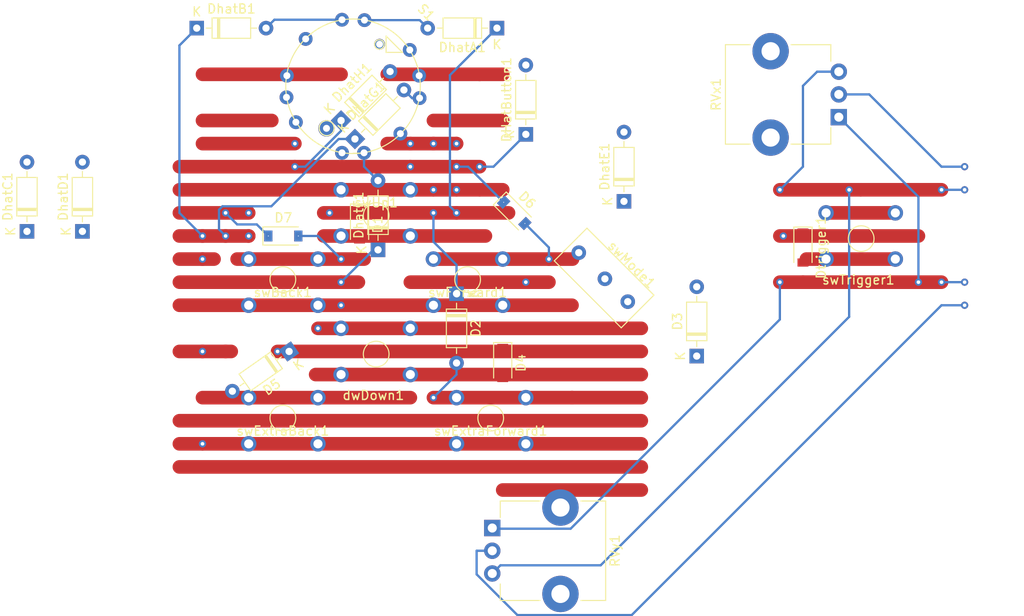
<source format=kicad_pcb>
(kicad_pcb (version 20171130) (host pcbnew "(5.1.10)-1")

  (general
    (thickness 1.6)
    (drawings 34)
    (tracks 197)
    (zones 0)
    (modules 28)
    (nets 29)
  )

  (page A4)
  (layers
    (0 F.Cu signal)
    (1 In1.Cu signal)
    (2 In2.Cu signal)
    (31 B.Cu signal)
    (32 B.Adhes user hide)
    (33 F.Adhes user)
    (34 B.Paste user hide)
    (35 F.Paste user)
    (36 B.SilkS user hide)
    (37 F.SilkS user)
    (38 B.Mask user hide)
    (39 F.Mask user hide)
    (40 Dwgs.User user)
    (41 Cmts.User user)
    (42 Eco1.User user)
    (43 Eco2.User user)
    (44 Edge.Cuts user)
    (45 Margin user)
    (46 B.CrtYd user)
    (47 F.CrtYd user)
    (48 B.Fab user)
    (49 F.Fab user)
  )

  (setup
    (last_trace_width 0.25)
    (user_trace_width 1.5)
    (user_trace_width 2)
    (trace_clearance 0.2)
    (zone_clearance 0.508)
    (zone_45_only no)
    (trace_min 0.2)
    (via_size 0.8)
    (via_drill 0.4)
    (via_min_size 0.4)
    (via_min_drill 0.3)
    (uvia_size 0.3)
    (uvia_drill 0.1)
    (uvias_allowed no)
    (uvia_min_size 0.2)
    (uvia_min_drill 0.1)
    (edge_width 0.05)
    (segment_width 0.2)
    (pcb_text_width 0.3)
    (pcb_text_size 1.5 1.5)
    (mod_edge_width 0.12)
    (mod_text_size 1 1)
    (mod_text_width 0.15)
    (pad_size 1.524 1.524)
    (pad_drill 0.762)
    (pad_to_mask_clearance 0)
    (aux_axis_origin 0 0)
    (visible_elements 7FFDFFFF)
    (pcbplotparams
      (layerselection 0x010fc_ffffffff)
      (usegerberextensions false)
      (usegerberattributes true)
      (usegerberadvancedattributes true)
      (creategerberjobfile true)
      (excludeedgelayer true)
      (linewidth 0.100000)
      (plotframeref false)
      (viasonmask false)
      (mode 1)
      (useauxorigin false)
      (hpglpennumber 1)
      (hpglpenspeed 20)
      (hpglpendiameter 15.000000)
      (psnegative false)
      (psa4output false)
      (plotreference true)
      (plotvalue true)
      (plotinvisibletext false)
      (padsonsilk false)
      (subtractmaskfromsilk false)
      (outputformat 1)
      (mirror false)
      (drillshape 1)
      (scaleselection 1)
      (outputdirectory ""))
  )

  (net 0 "")
  (net 1 row1)
  (net 2 "Net-(D1-Pad2)")
  (net 3 "Net-(D2-Pad2)")
  (net 4 row2)
  (net 5 "Net-(D3-Pad2)")
  (net 6 "Net-(D4-Pad2)")
  (net 7 "Net-(D5-Pad2)")
  (net 8 "Net-(D6-Pad2)")
  (net 9 "Net-(D7-Pad2)")
  (net 10 row4)
  (net 11 "Net-(Dtrigger1-Pad2)")
  (net 12 col2)
  (net 13 3.3V)
  (net 14 GND)
  (net 15 col4)
  (net 16 col3)
  (net 17 col1)
  (net 18 "Net-(DHatButton1-Pad2)")
  (net 19 row3)
  (net 20 col5)
  (net 21 "Net-(DhatA1-Pad2)")
  (net 22 "Net-(DhatB1-Pad2)")
  (net 23 "Net-(DhatC1-Pad2)")
  (net 24 "Net-(DhatD1-Pad2)")
  (net 25 "Net-(DhatE1-Pad2)")
  (net 26 "Net-(DhatF1-Pad2)")
  (net 27 "Net-(DhatG1-Pad2)")
  (net 28 "Net-(DhatH1-Pad2)")

  (net_class Default "This is the default net class."
    (clearance 0.2)
    (trace_width 0.25)
    (via_dia 0.8)
    (via_drill 0.4)
    (uvia_dia 0.3)
    (uvia_drill 0.1)
    (add_net 3.3V)
    (add_net GND)
    (add_net "Net-(D1-Pad2)")
    (add_net "Net-(D2-Pad2)")
    (add_net "Net-(D3-Pad2)")
    (add_net "Net-(D4-Pad2)")
    (add_net "Net-(D5-Pad2)")
    (add_net "Net-(D6-Pad2)")
    (add_net "Net-(D7-Pad2)")
    (add_net "Net-(DHatButton1-Pad2)")
    (add_net "Net-(DhatA1-Pad2)")
    (add_net "Net-(DhatB1-Pad2)")
    (add_net "Net-(DhatC1-Pad2)")
    (add_net "Net-(DhatD1-Pad2)")
    (add_net "Net-(DhatE1-Pad2)")
    (add_net "Net-(DhatF1-Pad2)")
    (add_net "Net-(DhatG1-Pad2)")
    (add_net "Net-(DhatH1-Pad2)")
    (add_net "Net-(Dtrigger1-Pad2)")
    (add_net col1)
    (add_net col2)
    (add_net col3)
    (add_net col4)
    (add_net col5)
    (add_net row1)
    (add_net row2)
    (add_net row3)
    (add_net row4)
  )

  (module ya-hotas-throttle-ee:AlpsRKJXL100401V (layer F.Cu) (tedit 60CF4D30) (tstamp 60CFC7B8)
    (at 133.35 110.49 315)
    (descr "8-directional switch with center press button")
    (path /60BFA4BD)
    (fp_text reference S1 (at 0 -11.43 135) (layer F.SilkS)
      (effects (font (size 1 1) (thickness 0.15)))
    )
    (fp_text value Hat8+press (at 0 -12.7 135) (layer F.Fab)
      (effects (font (size 1 1) (thickness 0.15)))
    )
    (fp_circle (center 0.0635 0) (end 7.4635 0) (layer F.SilkS) (width 0.12))
    (fp_line (start 5.2705 5.207) (end 6.1595 4.318) (layer F.SilkS) (width 0.12))
    (fp_line (start 1.27 -6.477) (end 0 -5.207) (layer F.SilkS) (width 0.12))
    (fp_line (start -1.27 -6.477) (end 1.27 -6.477) (layer F.SilkS) (width 0.12))
    (fp_line (start 0 -5.207) (end -1.27 -6.477) (layer F.SilkS) (width 0.12))
    (fp_circle (center 1.27 5.3) (end 2.095 5.3) (layer F.SilkS) (width 0.12))
    (fp_circle (center -1.143 -5.3) (end -0.618 -5.3) (layer F.SilkS) (width 0.12))
    (pad 1 thru_hole circle (at 1.651 -7.239 315) (size 1.524 1.524) (drill 0.762) (layers *.Cu *.Mask)
      (net 18 "Net-(DHatButton1-Pad2)"))
    (pad 2 thru_hole circle (at -1.5875 7.239 315) (size 1.524 1.524) (drill 0.762) (layers *.Cu *.Mask)
      (net 4 row2))
    (pad C2 thru_hole circle (at -7.3025 0 315) (size 1.524 1.524) (drill 0.762) (layers *.Cu *.Mask)
      (net 19 row3))
    (pad C1 thru_hole circle (at 7.4295 0 315) (size 1.524 1.524) (drill 0.762) (layers *.Cu *.Mask)
      (net 1 row1))
    (pad H thru_hole circle (at 4.3815 -5.969 315) (size 1.524 1.524) (drill 0.762) (layers *.Cu *.Mask)
      (net 28 "Net-(DhatH1-Pad2)"))
    (pad A thru_hole circle (at -4.191 -6.0325 315) (size 1.524 1.524) (drill 0.762) (layers *.Cu *.Mask)
      (net 21 "Net-(DhatA1-Pad2)"))
    (pad B thru_hole circle (at -5.969 -4.318 315) (size 1.524 1.524) (drill 0.762) (layers *.Cu *.Mask)
      (net 22 "Net-(DhatB1-Pad2)"))
    (pad C thru_hole circle (at -5.9055 4.318 315) (size 1.524 1.524) (drill 0.762) (layers *.Cu *.Mask)
      (net 23 "Net-(DhatC1-Pad2)"))
    (pad D thru_hole circle (at -4.2545 6.0325 315) (size 1.524 1.524) (drill 0.762) (layers *.Cu *.Mask)
      (net 24 "Net-(DhatD1-Pad2)"))
    (pad E thru_hole circle (at 4.3815 6.0325 315) (size 1.524 1.524) (drill 0.762) (layers *.Cu *.Mask)
      (net 25 "Net-(DhatE1-Pad2)"))
    (pad G thru_hole circle (at 6.1595 -4.2545 315) (size 1.524 1.524) (drill 0.762) (layers *.Cu *.Mask)
      (net 27 "Net-(DhatG1-Pad2)"))
    (pad F thru_hole circle (at 6.096 4.318 315) (size 1.524 1.524) (drill 0.762) (layers *.Cu *.Mask)
      (net 26 "Net-(DhatF1-Pad2)"))
    (pad "" np_thru_hole circle (at -1.143 -5.334 315) (size 1.2 1.2) (drill 0.762) (layers *.Cu *.Mask))
    (pad "" np_thru_hole circle (at 1.27 5.334 315) (size 1.8 1.8) (drill 0.762) (layers *.Cu *.Mask))
  )

  (module Diode_THT:D_DO-35_SOD27_P7.62mm_Horizontal (layer F.Cu) (tedit 5AE50CD5) (tstamp 60CB5231)
    (at 126.365 139.7 215)
    (descr "Diode, DO-35_SOD27 series, Axial, Horizontal, pin pitch=7.62mm, , length*diameter=4*2mm^2, , http://www.diodes.com/_files/packages/DO-35.pdf")
    (tags "Diode DO-35_SOD27 series Axial Horizontal pin pitch 7.62mm  length 4mm diameter 2mm")
    (path /60C63D98)
    (fp_text reference D5 (at 3.81 -2.12 35) (layer F.SilkS)
      (effects (font (size 1 1) (thickness 0.15)))
    )
    (fp_text value 1N4148W (at 3.81 2.12 35) (layer F.Fab)
      (effects (font (size 1 1) (thickness 0.15)))
    )
    (fp_line (start 8.67 -1.25) (end -1.05 -1.25) (layer F.CrtYd) (width 0.05))
    (fp_line (start 8.67 1.25) (end 8.67 -1.25) (layer F.CrtYd) (width 0.05))
    (fp_line (start -1.05 1.25) (end 8.67 1.25) (layer F.CrtYd) (width 0.05))
    (fp_line (start -1.05 -1.25) (end -1.05 1.25) (layer F.CrtYd) (width 0.05))
    (fp_line (start 2.29 -1.12) (end 2.29 1.12) (layer F.SilkS) (width 0.12))
    (fp_line (start 2.53 -1.12) (end 2.53 1.12) (layer F.SilkS) (width 0.12))
    (fp_line (start 2.41 -1.12) (end 2.41 1.12) (layer F.SilkS) (width 0.12))
    (fp_line (start 6.58 0) (end 5.93 0) (layer F.SilkS) (width 0.12))
    (fp_line (start 1.04 0) (end 1.69 0) (layer F.SilkS) (width 0.12))
    (fp_line (start 5.93 -1.12) (end 1.69 -1.12) (layer F.SilkS) (width 0.12))
    (fp_line (start 5.93 1.12) (end 5.93 -1.12) (layer F.SilkS) (width 0.12))
    (fp_line (start 1.69 1.12) (end 5.93 1.12) (layer F.SilkS) (width 0.12))
    (fp_line (start 1.69 -1.12) (end 1.69 1.12) (layer F.SilkS) (width 0.12))
    (fp_line (start 2.31 -1) (end 2.31 1) (layer F.Fab) (width 0.1))
    (fp_line (start 2.51 -1) (end 2.51 1) (layer F.Fab) (width 0.1))
    (fp_line (start 2.41 -1) (end 2.41 1) (layer F.Fab) (width 0.1))
    (fp_line (start 7.62 0) (end 5.81 0) (layer F.Fab) (width 0.1))
    (fp_line (start 0 0) (end 1.81 0) (layer F.Fab) (width 0.1))
    (fp_line (start 5.81 -1) (end 1.81 -1) (layer F.Fab) (width 0.1))
    (fp_line (start 5.81 1) (end 5.81 -1) (layer F.Fab) (width 0.1))
    (fp_line (start 1.81 1) (end 5.81 1) (layer F.Fab) (width 0.1))
    (fp_line (start 1.81 -1) (end 1.81 1) (layer F.Fab) (width 0.1))
    (fp_text user %R (at 4.11 0 35) (layer F.Fab)
      (effects (font (size 0.8 0.8) (thickness 0.12)))
    )
    (fp_text user K (at 0 -1.8 35) (layer F.Fab)
      (effects (font (size 1 1) (thickness 0.15)))
    )
    (fp_text user K (at 0 -1.8 35) (layer F.SilkS)
      (effects (font (size 1 1) (thickness 0.15)))
    )
    (pad 1 thru_hole rect (at 0 0 215) (size 1.6 1.6) (drill 0.8) (layers *.Cu *.Mask)
      (net 12 col2))
    (pad 2 thru_hole oval (at 7.62 0 215) (size 1.6 1.6) (drill 0.8) (layers *.Cu *.Mask)
      (net 7 "Net-(D5-Pad2)"))
    (model ${KISYS3DMOD}/Diode_THT.3dshapes/D_DO-35_SOD27_P7.62mm_Horizontal.wrl
      (at (xyz 0 0 0))
      (scale (xyz 1 1 1))
      (rotate (xyz 0 0 0))
    )
  )

  (module Diode_SMD:D_SOD-123 (layer F.Cu) (tedit 60CA6C2D) (tstamp 60B9BEAA)
    (at 151.13 124.46 315)
    (descr SOD-123)
    (tags SOD-123)
    (path /60CCDE9A)
    (attr smd)
    (fp_text reference D6 (at 0 -2 135) (layer F.SilkS)
      (effects (font (size 1 1) (thickness 0.15)))
    )
    (fp_text value 1N4148W (at 0 2.1 135) (layer F.Fab) hide
      (effects (font (size 1 1) (thickness 0.15)))
    )
    (fp_line (start -2.25 -1) (end -2.25 1) (layer F.SilkS) (width 0.12))
    (fp_line (start 0.25 0) (end 0.75 0) (layer F.Fab) (width 0.1))
    (fp_line (start 0.25 0.4) (end -0.35 0) (layer F.Fab) (width 0.1))
    (fp_line (start 0.25 -0.4) (end 0.25 0.4) (layer F.Fab) (width 0.1))
    (fp_line (start -0.35 0) (end 0.25 -0.4) (layer F.Fab) (width 0.1))
    (fp_line (start -0.35 0) (end -0.35 0.55) (layer F.Fab) (width 0.1))
    (fp_line (start -0.35 0) (end -0.35 -0.55) (layer F.Fab) (width 0.1))
    (fp_line (start -0.75 0) (end -0.35 0) (layer F.Fab) (width 0.1))
    (fp_line (start -1.4 0.9) (end -1.4 -0.9) (layer F.Fab) (width 0.1))
    (fp_line (start 1.4 0.9) (end -1.4 0.9) (layer F.Fab) (width 0.1))
    (fp_line (start 1.4 -0.9) (end 1.4 0.9) (layer F.Fab) (width 0.1))
    (fp_line (start -1.4 -0.9) (end 1.4 -0.9) (layer F.Fab) (width 0.1))
    (fp_line (start -2.35 -1.15) (end 2.35 -1.15) (layer F.CrtYd) (width 0.05))
    (fp_line (start 2.35 -1.15) (end 2.35 1.15) (layer F.CrtYd) (width 0.05))
    (fp_line (start 2.35 1.15) (end -2.35 1.15) (layer F.CrtYd) (width 0.05))
    (fp_line (start -2.35 -1.15) (end -2.35 1.15) (layer F.CrtYd) (width 0.05))
    (fp_line (start -2.25 1) (end 1.65 1) (layer F.SilkS) (width 0.12))
    (fp_line (start -2.25 -1) (end 1.65 -1) (layer F.SilkS) (width 0.12))
    (fp_text user " " (at 0 -2 135) (layer F.Fab) hide
      (effects (font (size 1 1) (thickness 0.15)))
    )
    (pad 2 thru_hole rect (at 1.65 0 315) (size 0.9 1.2) (drill 0.1) (layers *.Mask B.Cu)
      (net 8 "Net-(D6-Pad2)"))
    (pad 1 thru_hole rect (at -1.65 0 315) (size 0.9 1.2) (drill 0.1) (layers *.Mask B.Cu)
      (net 20 col5))
    (model ${KISYS3DMOD}/Diode_SMD.3dshapes/D_SOD-123.wrl
      (at (xyz 0 0 0))
      (scale (xyz 1 1 1))
      (rotate (xyz 0 0 0))
    )
  )

  (module ya-hotas-throttle-ee:Switch_slide_2 (layer F.Cu) (tedit 60BFB736) (tstamp 60C68266)
    (at 160.02 130.6322 315)
    (tags switch)
    (path /60BF419C)
    (fp_text reference swMode1 (at 2.5 -3.174 135) (layer F.SilkS)
      (effects (font (size 1 1) (thickness 0.15)))
    )
    (fp_text value SW_DPDT_x2 (at 2.5 -4.953 135) (layer F.Fab)
      (effects (font (size 1 1) (thickness 0.15)))
    )
    (fp_line (start -3.81 -2.54) (end -3.81 -1.27) (layer F.SilkS) (width 0.12))
    (fp_line (start 6.604 -2.54) (end -3.81 -2.54) (layer F.SilkS) (width 0.12))
    (fp_line (start 6.604 2.54) (end 6.604 -2.54) (layer F.SilkS) (width 0.12))
    (fp_line (start -3.81 2.54) (end 6.604 2.54) (layer F.SilkS) (width 0.12))
    (fp_line (start -3.81 -1.27) (end -3.81 2.54) (layer F.SilkS) (width 0.12))
    (fp_line (start -0.616 -0.924) (end 3.584 -0.924) (layer F.Fab) (width 0.1))
    (fp_line (start 3.584 -0.924) (end 3.584 1.076) (layer F.Fab) (width 0.1))
    (fp_line (start 3.584 1.076) (end -0.616 1.076) (layer F.Fab) (width 0.1))
    (fp_line (start -0.616 -0.924) (end -0.616 1.076) (layer F.Fab) (width 0.1))
    (fp_line (start 1.484 -0.924) (end 1.484 1.076) (layer F.Fab) (width 0.1))
    (fp_line (start -0.266 -0.924) (end -0.266 1.076) (layer F.Fab) (width 0.1))
    (fp_line (start 0.084 -0.924) (end 0.084 1.076) (layer F.Fab) (width 0.1))
    (fp_line (start 0.434 -0.924) (end 0.434 1.076) (layer F.Fab) (width 0.1))
    (fp_line (start 0.784 -0.924) (end 0.784 1.076) (layer F.Fab) (width 0.1))
    (fp_line (start 1.134 -0.924) (end 1.134 1.076) (layer F.Fab) (width 0.1))
    (fp_text user %R (at 2.5 -3.174 135) (layer F.Fab)
      (effects (font (size 1 1) (thickness 0.15)))
    )
    (pad 1 thru_hole circle (at -2.54 0 315) (size 1.6 1.6) (drill 0.8) (layers *.Cu *.Mask))
    (pad 2 thru_hole circle (at 1.524 0 315) (size 1.6 1.6) (drill 0.8) (layers *.Cu *.Mask))
    (pad 3 thru_hole circle (at 5.08 0 315) (size 1.6 1.6) (drill 0.8) (layers *.Cu *.Mask)
      (net 5 "Net-(D3-Pad2)"))
    (model ${KISYS3DMOD}/Button_Switch_THT.3dshapes/SW_E-Switch_EG1271_DPDT.wrl
      (at (xyz 0 0 0))
      (scale (xyz 1 1 1))
      (rotate (xyz 0 0 0))
    )
  )

  (module Diode_SMD:D_SOD-123 (layer F.Cu) (tedit 58645DC7) (tstamp 60BFB287)
    (at 182.88 128.27 270)
    (descr SOD-123)
    (tags SOD-123)
    (path /60C636AC)
    (attr smd)
    (fp_text reference Dtrigger1 (at 0 -2 90) (layer F.SilkS)
      (effects (font (size 1 1) (thickness 0.15)))
    )
    (fp_text value 1N4148W (at 0 2.1 90) (layer F.Fab)
      (effects (font (size 1 1) (thickness 0.15)))
    )
    (fp_line (start -2.25 -1) (end -2.25 1) (layer F.SilkS) (width 0.12))
    (fp_line (start 0.25 0) (end 0.75 0) (layer F.Fab) (width 0.1))
    (fp_line (start 0.25 0.4) (end -0.35 0) (layer F.Fab) (width 0.1))
    (fp_line (start 0.25 -0.4) (end 0.25 0.4) (layer F.Fab) (width 0.1))
    (fp_line (start -0.35 0) (end 0.25 -0.4) (layer F.Fab) (width 0.1))
    (fp_line (start -0.35 0) (end -0.35 0.55) (layer F.Fab) (width 0.1))
    (fp_line (start -0.35 0) (end -0.35 -0.55) (layer F.Fab) (width 0.1))
    (fp_line (start -0.75 0) (end -0.35 0) (layer F.Fab) (width 0.1))
    (fp_line (start -1.4 0.9) (end -1.4 -0.9) (layer F.Fab) (width 0.1))
    (fp_line (start 1.4 0.9) (end -1.4 0.9) (layer F.Fab) (width 0.1))
    (fp_line (start 1.4 -0.9) (end 1.4 0.9) (layer F.Fab) (width 0.1))
    (fp_line (start -1.4 -0.9) (end 1.4 -0.9) (layer F.Fab) (width 0.1))
    (fp_line (start -2.35 -1.15) (end 2.35 -1.15) (layer F.CrtYd) (width 0.05))
    (fp_line (start 2.35 -1.15) (end 2.35 1.15) (layer F.CrtYd) (width 0.05))
    (fp_line (start 2.35 1.15) (end -2.35 1.15) (layer F.CrtYd) (width 0.05))
    (fp_line (start -2.35 -1.15) (end -2.35 1.15) (layer F.CrtYd) (width 0.05))
    (fp_line (start -2.25 1) (end 1.65 1) (layer F.SilkS) (width 0.12))
    (fp_line (start -2.25 -1) (end 1.65 -1) (layer F.SilkS) (width 0.12))
    (fp_text user %R (at 0 -2 90) (layer F.Fab)
      (effects (font (size 1 1) (thickness 0.15)))
    )
    (pad 2 smd rect (at 1.65 0 270) (size 0.9 1.2) (layers F.Cu F.Paste F.Mask)
      (net 11 "Net-(Dtrigger1-Pad2)"))
    (pad 1 smd rect (at -1.65 0 270) (size 0.9 1.2) (layers F.Cu F.Paste F.Mask)
      (net 15 col4))
    (model ${KISYS3DMOD}/Diode_SMD.3dshapes/D_SOD-123.wrl
      (at (xyz 0 0 0))
      (scale (xyz 1 1 1))
      (rotate (xyz 0 0 0))
    )
  )

  (module Potentiometer_THT:Potentiometer_TT_P0915N (layer F.Cu) (tedit 60BD611C) (tstamp 60C70EBB)
    (at 148.71 159.12 270)
    (descr http://www.ttelectronics.com/sites/default/files/download-files/Datasheet_PanelPot_P09xSeries.pdf)
    (tags "potentiometer vertical TT P0915N single")
    (path /60BC880B)
    (fp_text reference RVy1 (at 2.5 -13.5 90) (layer F.SilkS)
      (effects (font (size 1 1) (thickness 0.15)))
    )
    (fp_text value R_POT_Small (at 2.5 2 90) (layer F.Fab)
      (effects (font (size 1 1) (thickness 0.15)))
    )
    (fp_line (start -3.1 -9.75) (end -3.1 -12.6) (layer F.CrtYd) (width 0.05))
    (fp_line (start 8.1 -0.75) (end 6.15 -0.75) (layer F.CrtYd) (width 0.05))
    (fp_line (start -3.1 -12.6) (end 8.1 -12.6) (layer F.CrtYd) (width 0.05))
    (fp_line (start 7.97 -0.88) (end 6.15 -0.88) (layer F.SilkS) (width 0.12))
    (fp_line (start -2.97 -12.47) (end -2.97 -9.75) (layer F.SilkS) (width 0.12))
    (fp_line (start 7.97 -12.47) (end -2.97 -12.47) (layer F.SilkS) (width 0.12))
    (fp_circle (center 2.5 -7.5) (end 5.5 -7.5) (layer F.Fab) (width 0.12))
    (fp_line (start -2.85 -12.35) (end 7.85 -12.35) (layer F.Fab) (width 0.1))
    (fp_line (start -2.85 -1) (end -2.85 -12.35) (layer F.Fab) (width 0.1))
    (fp_line (start 7.85 -1) (end -2.85 -1) (layer F.Fab) (width 0.1))
    (fp_line (start 7.85 -12.35) (end 7.85 -1) (layer F.Fab) (width 0.1))
    (fp_line (start -1.15 -0.88) (end -2.97 -0.88) (layer F.SilkS) (width 0.12))
    (fp_line (start 6.15 1.15) (end 6.15 -0.75) (layer F.CrtYd) (width 0.05))
    (fp_line (start -1.15 -0.75) (end -3.1 -0.75) (layer F.CrtYd) (width 0.05))
    (fp_line (start -1.15 1.15) (end -1.15 -0.75) (layer F.CrtYd) (width 0.05))
    (fp_line (start 6.15 1.15) (end -1.15 1.15) (layer F.CrtYd) (width 0.05))
    (fp_line (start -3.1 -9.75) (end -4.5 -9.75) (layer F.CrtYd) (width 0.05))
    (fp_line (start -4.5 -5.25) (end -4.5 -9.75) (layer F.CrtYd) (width 0.05))
    (fp_line (start -3.1 -0.75) (end -3.1 -5.25) (layer F.CrtYd) (width 0.05))
    (fp_line (start -3.1 -5.25) (end -4.5 -5.25) (layer F.CrtYd) (width 0.05))
    (fp_line (start 8.1 -0.75) (end 8.1 -5.25) (layer F.CrtYd) (width 0.05))
    (fp_line (start 8.1 -9.75) (end 8.1 -12.6) (layer F.CrtYd) (width 0.05))
    (fp_line (start 9.5 -9.75) (end 8.1 -9.75) (layer F.CrtYd) (width 0.05))
    (fp_line (start 9.5 -5.25) (end 8.1 -5.25) (layer F.CrtYd) (width 0.05))
    (fp_line (start 9.5 -5.25) (end 9.5 -9.75) (layer F.CrtYd) (width 0.05))
    (fp_line (start -2.97 -5.25) (end -2.97 -0.88) (layer F.SilkS) (width 0.12))
    (fp_line (start 7.97 -5.25) (end 7.97 -0.88) (layer F.SilkS) (width 0.12))
    (fp_line (start 7.97 -12.47) (end 7.97 -9.75) (layer F.SilkS) (width 0.12))
    (fp_text user %R (at 2.5 -7.5 90) (layer F.Fab)
      (effects (font (size 1 1) (thickness 0.15)))
    )
    (pad 1 thru_hole rect (at 0 0 270) (size 1.8 1.8) (drill 1) (layers *.Cu *.Mask)
      (net 13 3.3V))
    (pad 2 thru_hole circle (at 2.5 0 270) (size 1.8 1.8) (drill 1) (layers *.Cu *.Mask))
    (pad 3 thru_hole circle (at 5 0 270) (size 1.8 1.8) (drill 1) (layers *.Cu *.Mask)
      (net 14 GND))
    (pad "" thru_hole oval (at -2.25 -7.5 270) (size 4 4) (drill 2) (layers *.Cu *.Mask))
    (pad "" thru_hole oval (at 7.25 -7.5 270) (size 4 4) (drill 2) (layers *.Cu *.Mask))
    (model ${KISYS3DMOD}/Potentiometer_THT.3dshapes/Potentiometer_TT_P0915N.wrl
      (at (xyz 0 0 0))
      (scale (xyz 1 1 1))
      (rotate (xyz 0 0 0))
    )
  )

  (module Diode_SMD:D_SOD-123 (layer F.Cu) (tedit 60CA0B2E) (tstamp 60B9BEC3)
    (at 125.73 127)
    (descr SOD-123)
    (tags SOD-123)
    (path /60CD44AC)
    (attr smd)
    (fp_text reference D7 (at 0 -2) (layer F.SilkS)
      (effects (font (size 1 1) (thickness 0.15)))
    )
    (fp_text value 1N4148W (at 0 2.1) (layer F.Fab) hide
      (effects (font (size 1 1) (thickness 0.15)))
    )
    (fp_line (start -2.25 -1) (end -2.25 1) (layer F.SilkS) (width 0.12))
    (fp_line (start 0.25 0) (end 0.75 0) (layer F.Fab) (width 0.1))
    (fp_line (start 0.25 0.4) (end -0.35 0) (layer F.Fab) (width 0.1))
    (fp_line (start 0.25 -0.4) (end 0.25 0.4) (layer F.Fab) (width 0.1))
    (fp_line (start -0.35 0) (end 0.25 -0.4) (layer F.Fab) (width 0.1))
    (fp_line (start -0.35 0) (end -0.35 0.55) (layer F.Fab) (width 0.1))
    (fp_line (start -0.35 0) (end -0.35 -0.55) (layer F.Fab) (width 0.1))
    (fp_line (start -0.75 0) (end -0.35 0) (layer F.Fab) (width 0.1))
    (fp_line (start -1.4 0.9) (end -1.4 -0.9) (layer F.Fab) (width 0.1))
    (fp_line (start 1.4 0.9) (end -1.4 0.9) (layer F.Fab) (width 0.1))
    (fp_line (start 1.4 -0.9) (end 1.4 0.9) (layer F.Fab) (width 0.1))
    (fp_line (start -1.4 -0.9) (end 1.4 -0.9) (layer F.Fab) (width 0.1))
    (fp_line (start -2.35 -1.15) (end 2.35 -1.15) (layer F.CrtYd) (width 0.05))
    (fp_line (start 2.35 -1.15) (end 2.35 1.15) (layer F.CrtYd) (width 0.05))
    (fp_line (start 2.35 1.15) (end -2.35 1.15) (layer F.CrtYd) (width 0.05))
    (fp_line (start -2.35 -1.15) (end -2.35 1.15) (layer F.CrtYd) (width 0.05))
    (fp_line (start -2.25 1) (end 1.65 1) (layer F.SilkS) (width 0.12))
    (fp_line (start -2.25 -1) (end 1.65 -1) (layer F.SilkS) (width 0.12))
    (fp_text user %R (at 0 -2) (layer F.Fab) hide
      (effects (font (size 1 1) (thickness 0.15)))
    )
    (pad 2 thru_hole rect (at 1.65 0) (size 0.9 1.2) (drill 0.1) (layers *.Cu *.Mask)
      (net 9 "Net-(D7-Pad2)"))
    (pad 1 thru_hole rect (at -1.65 0) (size 0.9 1.2) (drill 0.1) (layers *.Cu *.Mask)
      (net 17 col1))
    (model ${KISYS3DMOD}/Diode_SMD.3dshapes/D_SOD-123.wrl
      (at (xyz 0 0 0))
      (scale (xyz 1 1 1))
      (rotate (xyz 0 0 0))
    )
  )

  (module ya-hotas-throttle-ee:Switch_Tact (layer F.Cu) (tedit 60BD15A3) (tstamp 60B9DFDD)
    (at 144.78 144.78)
    (descr SW_TH_Tactile_Omron_B3F-10xx_https://www.omron.com/ecb/products/pdf/en-b3f.pdf)
    (tags "Omron B3F-10xx")
    (path /60B882A4)
    (fp_text reference swExtraForward1 (at 3.758 3.664213) (layer F.SilkS)
      (effects (font (size 1 1) (thickness 0.15)))
    )
    (fp_text value SW_MEC_5E (at 3.81 6.858) (layer F.Fab) hide
      (effects (font (size 1 1) (thickness 0.15)))
    )
    (fp_line (start 0.758 -0.75) (end 0.758 5.25) (layer F.Fab) (width 0.1))
    (fp_line (start 6.758 -0.75) (end 6.758 5.25) (layer F.Fab) (width 0.1))
    (fp_line (start 0.758 -0.762) (end 6.758 -0.762) (layer F.Fab) (width 0.1))
    (fp_circle (center 3.758 2.25) (end 4.758 3.25) (layer F.SilkS) (width 0.12))
    (fp_line (start 0.758 5.25) (end 6.758 5.25) (layer F.Fab) (width 0.1))
    (fp_text user " " (at 4.064 2.54) (layer F.Fab) hide
      (effects (font (size 1 1) (thickness 0.15)))
    )
    (pad 4 thru_hole circle (at 7.62 5.08) (size 1.7 1.7) (drill 1) (layers *.Cu *.Mask)
      (net 4 row2))
    (pad 4 thru_hole circle (at 0 5.08) (size 1.7 1.7) (drill 1) (layers *.Cu *.Mask)
      (net 4 row2))
    (pad 1 thru_hole circle (at 7.62 0) (size 1.7 1.7) (drill 1) (layers *.Cu *.Mask)
      (net 3 "Net-(D2-Pad2)"))
    (pad 1 thru_hole circle (at 0 0) (size 1.7 1.7) (drill 1) (layers *.Cu *.Mask)
      (net 3 "Net-(D2-Pad2)"))
    (model ${KISYS3DMOD}/Button_Switch_THT.3dshapes/SW_TH_Tactile_Omron_B3F-10xx.wrl
      (at (xyz 0 0 0))
      (scale (xyz 1 1 1))
      (rotate (xyz 0 0 0))
    )
  )

  (module ya-hotas-throttle-ee:Switch_Tact (layer F.Cu) (tedit 60BD15A3) (tstamp 60B9DFD0)
    (at 121.92 129.54)
    (descr SW_TH_Tactile_Omron_B3F-10xx_https://www.omron.com/ecb/products/pdf/en-b3f.pdf)
    (tags "Omron B3F-10xx")
    (path /60B7E752)
    (fp_text reference swBack1 (at 3.758 3.664213) (layer F.SilkS)
      (effects (font (size 1 1) (thickness 0.15)))
    )
    (fp_text value SW_MEC_5E (at 3.81 6.858) (layer F.Fab) hide
      (effects (font (size 1 1) (thickness 0.15)))
    )
    (fp_line (start 0.758 -0.75) (end 0.758 5.25) (layer F.Fab) (width 0.1))
    (fp_line (start 6.758 -0.75) (end 6.758 5.25) (layer F.Fab) (width 0.1))
    (fp_line (start 0.758 -0.762) (end 6.758 -0.762) (layer F.Fab) (width 0.1))
    (fp_circle (center 3.758 2.25) (end 4.758 3.25) (layer F.SilkS) (width 0.12))
    (fp_line (start 0.758 5.25) (end 6.758 5.25) (layer F.Fab) (width 0.1))
    (fp_text user " " (at 4.064 2.25) (layer F.Fab) hide
      (effects (font (size 1 1) (thickness 0.15)))
    )
    (pad 4 thru_hole circle (at 7.62 5.08) (size 1.7 1.7) (drill 1) (layers *.Cu *.Mask)
      (net 10 row4))
    (pad 4 thru_hole circle (at 0 5.08) (size 1.7 1.7) (drill 1) (layers *.Cu *.Mask)
      (net 10 row4))
    (pad 1 thru_hole circle (at 7.62 0) (size 1.7 1.7) (drill 1) (layers *.Cu *.Mask)
      (net 9 "Net-(D7-Pad2)"))
    (pad 1 thru_hole circle (at 0 0) (size 1.7 1.7) (drill 1) (layers *.Cu *.Mask)
      (net 9 "Net-(D7-Pad2)"))
    (model ${KISYS3DMOD}/Button_Switch_THT.3dshapes/SW_TH_Tactile_Omron_B3F-10xx.wrl
      (at (xyz 0 0 0))
      (scale (xyz 1 1 1))
      (rotate (xyz 0 0 0))
    )
  )

  (module ya-hotas-throttle-ee:Switch_Tact (layer F.Cu) (tedit 60BD15A3) (tstamp 60C70C84)
    (at 121.92 144.78)
    (descr SW_TH_Tactile_Omron_B3F-10xx_https://www.omron.com/ecb/products/pdf/en-b3f.pdf)
    (tags "Omron B3F-10xx")
    (path /60B711D1)
    (fp_text reference swExtraBack1 (at 3.758 3.664213) (layer F.SilkS)
      (effects (font (size 1 1) (thickness 0.15)))
    )
    (fp_text value SW_MEC_5E (at 3.81 6.858) (layer F.Fab) hide
      (effects (font (size 1 1) (thickness 0.15)))
    )
    (fp_line (start 0.758 -0.75) (end 0.758 5.25) (layer F.Fab) (width 0.1))
    (fp_line (start 6.758 -0.75) (end 6.758 5.25) (layer F.Fab) (width 0.1))
    (fp_line (start 0.758 -0.762) (end 6.758 -0.762) (layer F.Fab) (width 0.1))
    (fp_circle (center 3.758 2.25) (end 4.758 3.25) (layer F.SilkS) (width 0.12))
    (fp_line (start 0.758 5.25) (end 6.758 5.25) (layer F.Fab) (width 0.1))
    (fp_text user " " (at 4.064 2.25) (layer F.Fab) hide
      (effects (font (size 1 1) (thickness 0.15)))
    )
    (pad 4 thru_hole circle (at 7.62 5.08) (size 1.7 1.7) (drill 1) (layers *.Cu *.Mask)
      (net 4 row2))
    (pad 4 thru_hole circle (at 0 5.08) (size 1.7 1.7) (drill 1) (layers *.Cu *.Mask)
      (net 4 row2))
    (pad 1 thru_hole circle (at 7.62 0) (size 1.7 1.7) (drill 1) (layers *.Cu *.Mask)
      (net 7 "Net-(D5-Pad2)"))
    (pad 1 thru_hole circle (at 0 0) (size 1.7 1.7) (drill 1) (layers *.Cu *.Mask)
      (net 7 "Net-(D5-Pad2)"))
    (model ${KISYS3DMOD}/Button_Switch_THT.3dshapes/SW_TH_Tactile_Omron_B3F-10xx.wrl
      (at (xyz 0 0 0))
      (scale (xyz 1 1 1))
      (rotate (xyz 0 0 0))
    )
  )

  (module ya-hotas-throttle-ee:Switch_Tact (layer F.Cu) (tedit 60BD15A3) (tstamp 60C9B754)
    (at 142.24 129.54)
    (descr SW_TH_Tactile_Omron_B3F-10xx_https://www.omron.com/ecb/products/pdf/en-b3f.pdf)
    (tags "Omron B3F-10xx")
    (path /60B895EB)
    (fp_text reference swForward1 (at 3.758 3.664213) (layer F.SilkS)
      (effects (font (size 1 1) (thickness 0.15)))
    )
    (fp_text value SW_MEC_5E (at 3.81 6.858) (layer F.Fab) hide
      (effects (font (size 1 1) (thickness 0.15)))
    )
    (fp_line (start 0.758 -0.75) (end 0.758 5.25) (layer F.Fab) (width 0.1))
    (fp_line (start 6.758 -0.75) (end 6.758 5.25) (layer F.Fab) (width 0.1))
    (fp_line (start 0.758 -0.762) (end 6.758 -0.762) (layer F.Fab) (width 0.1))
    (fp_circle (center 3.758 2.25) (end 4.758 3.25) (layer F.SilkS) (width 0.12))
    (fp_line (start 0.758 5.25) (end 6.758 5.25) (layer F.Fab) (width 0.1))
    (fp_text user " " (at 4.064 2.25) (layer F.Fab) hide
      (effects (font (size 1 1) (thickness 0.15)))
    )
    (pad 4 thru_hole circle (at 7.62 5.08) (size 1.7 1.7) (drill 1) (layers *.Cu *.Mask)
      (net 10 row4))
    (pad 4 thru_hole circle (at 0 5.08) (size 1.7 1.7) (drill 1) (layers *.Cu *.Mask)
      (net 10 row4))
    (pad 1 thru_hole circle (at 7.62 0) (size 1.7 1.7) (drill 1) (layers *.Cu *.Mask)
      (net 8 "Net-(D6-Pad2)"))
    (pad 1 thru_hole circle (at 0 0) (size 1.7 1.7) (drill 1) (layers *.Cu *.Mask)
      (net 8 "Net-(D6-Pad2)"))
    (model ${KISYS3DMOD}/Button_Switch_THT.3dshapes/SW_TH_Tactile_Omron_B3F-10xx.wrl
      (at (xyz 0 0 0))
      (scale (xyz 1 1 1))
      (rotate (xyz 0 0 0))
    )
  )

  (module ya-hotas-throttle-ee:Switch_Tact (layer F.Cu) (tedit 60BD15A3) (tstamp 60B9E011)
    (at 193.04 129.54 180)
    (descr SW_TH_Tactile_Omron_B3F-10xx_https://www.omron.com/ecb/products/pdf/en-b3f.pdf)
    (tags "Omron B3F-10xx")
    (path /60CD9F9C)
    (fp_text reference swTrigger1 (at 4.064 -2.286) (layer F.SilkS)
      (effects (font (size 1 1) (thickness 0.15)))
    )
    (fp_text value SW_MEC_5E (at 3.81 6.858) (layer F.Fab) hide
      (effects (font (size 1 1) (thickness 0.15)))
    )
    (fp_line (start 0.758 -0.75) (end 0.758 5.25) (layer F.Fab) (width 0.1))
    (fp_line (start 6.758 -0.75) (end 6.758 5.25) (layer F.Fab) (width 0.1))
    (fp_line (start 0.758 -0.762) (end 6.758 -0.762) (layer F.Fab) (width 0.1))
    (fp_circle (center 3.758 2.25) (end 4.758 3.25) (layer F.SilkS) (width 0.12))
    (fp_line (start 0.758 5.25) (end 6.758 5.25) (layer F.Fab) (width 0.1))
    (fp_text user %R (at 4.064 2.25) (layer F.Fab) hide
      (effects (font (size 1 1) (thickness 0.15)))
    )
    (pad 4 thru_hole circle (at 7.62 5.08 180) (size 1.7 1.7) (drill 1) (layers *.Cu *.Mask)
      (net 10 row4))
    (pad 4 thru_hole circle (at 0 5.08 180) (size 1.7 1.7) (drill 1) (layers *.Cu *.Mask)
      (net 10 row4))
    (pad 1 thru_hole circle (at 7.62 0 180) (size 1.7 1.7) (drill 1) (layers *.Cu *.Mask)
      (net 11 "Net-(Dtrigger1-Pad2)"))
    (pad 1 thru_hole circle (at 0 0 180) (size 1.7 1.7) (drill 1) (layers *.Cu *.Mask)
      (net 11 "Net-(Dtrigger1-Pad2)"))
    (model ${KISYS3DMOD}/Button_Switch_THT.3dshapes/SW_TH_Tactile_Omron_B3F-10xx.wrl
      (at (xyz 0 0 0))
      (scale (xyz 1 1 1))
      (rotate (xyz 0 0 0))
    )
  )

  (module ya-hotas-throttle-ee:Switch_Tact (layer F.Cu) (tedit 60BD15A3) (tstamp 60B9E01E)
    (at 139.7 127 180)
    (descr SW_TH_Tactile_Omron_B3F-10xx_https://www.omron.com/ecb/products/pdf/en-b3f.pdf)
    (tags "Omron B3F-10xx")
    (path /60B6C2E9)
    (fp_text reference swUp1 (at 3.758 3.664213) (layer F.SilkS)
      (effects (font (size 1 1) (thickness 0.15)))
    )
    (fp_text value SW_MEC_5E (at 3.81 6.858) (layer F.Fab) hide
      (effects (font (size 1 1) (thickness 0.15)))
    )
    (fp_line (start 0.758 -0.75) (end 0.758 5.25) (layer F.Fab) (width 0.1))
    (fp_line (start 6.758 -0.75) (end 6.758 5.25) (layer F.Fab) (width 0.1))
    (fp_line (start 0.758 -0.762) (end 6.758 -0.762) (layer F.Fab) (width 0.1))
    (fp_circle (center 3.758 2.25) (end 4.758 3.25) (layer F.SilkS) (width 0.12))
    (fp_line (start 0.758 5.25) (end 6.758 5.25) (layer F.Fab) (width 0.1))
    (fp_text user " " (at 4.064 2.25) (layer F.Fab) hide
      (effects (font (size 1 1) (thickness 0.15)))
    )
    (pad 4 thru_hole circle (at 7.62 5.08 180) (size 1.7 1.7) (drill 1) (layers *.Cu *.Mask)
      (net 1 row1))
    (pad 4 thru_hole circle (at 0 5.08 180) (size 1.7 1.7) (drill 1) (layers *.Cu *.Mask)
      (net 1 row1))
    (pad 1 thru_hole circle (at 7.62 0 180) (size 1.7 1.7) (drill 1) (layers *.Cu *.Mask)
      (net 2 "Net-(D1-Pad2)"))
    (pad 1 thru_hole circle (at 0 0 180) (size 1.7 1.7) (drill 1) (layers *.Cu *.Mask)
      (net 2 "Net-(D1-Pad2)"))
    (model ${KISYS3DMOD}/Button_Switch_THT.3dshapes/SW_TH_Tactile_Omron_B3F-10xx.wrl
      (at (xyz 0 0 0))
      (scale (xyz 1 1 1))
      (rotate (xyz 0 0 0))
    )
  )

  (module Diode_SMD:D_SOD-123 (layer F.Cu) (tedit 58645DC7) (tstamp 60BFA6CB)
    (at 134.112 125.73 270)
    (descr SOD-123)
    (tags SOD-123)
    (path /60BD82F0)
    (attr smd)
    (fp_text reference D1 (at 0 -2 90) (layer F.SilkS)
      (effects (font (size 1 1) (thickness 0.15)))
    )
    (fp_text value 1N4148W (at 0 2.1 90) (layer F.Fab) hide
      (effects (font (size 1 1) (thickness 0.15)))
    )
    (fp_line (start -2.25 -1) (end -2.25 1) (layer F.SilkS) (width 0.12))
    (fp_line (start 0.25 0) (end 0.75 0) (layer F.Fab) (width 0.1))
    (fp_line (start 0.25 0.4) (end -0.35 0) (layer F.Fab) (width 0.1))
    (fp_line (start 0.25 -0.4) (end 0.25 0.4) (layer F.Fab) (width 0.1))
    (fp_line (start -0.35 0) (end 0.25 -0.4) (layer F.Fab) (width 0.1))
    (fp_line (start -0.35 0) (end -0.35 0.55) (layer F.Fab) (width 0.1))
    (fp_line (start -0.35 0) (end -0.35 -0.55) (layer F.Fab) (width 0.1))
    (fp_line (start -0.75 0) (end -0.35 0) (layer F.Fab) (width 0.1))
    (fp_line (start -1.4 0.9) (end -1.4 -0.9) (layer F.Fab) (width 0.1))
    (fp_line (start 1.4 0.9) (end -1.4 0.9) (layer F.Fab) (width 0.1))
    (fp_line (start 1.4 -0.9) (end 1.4 0.9) (layer F.Fab) (width 0.1))
    (fp_line (start -1.4 -0.9) (end 1.4 -0.9) (layer F.Fab) (width 0.1))
    (fp_line (start -2.35 -1.15) (end 2.35 -1.15) (layer F.CrtYd) (width 0.05))
    (fp_line (start 2.35 -1.15) (end 2.35 1.15) (layer F.CrtYd) (width 0.05))
    (fp_line (start 2.35 1.15) (end -2.35 1.15) (layer F.CrtYd) (width 0.05))
    (fp_line (start -2.35 -1.15) (end -2.35 1.15) (layer F.CrtYd) (width 0.05))
    (fp_line (start -2.25 1) (end 1.65 1) (layer F.SilkS) (width 0.12))
    (fp_line (start -2.25 -1) (end 1.65 -1) (layer F.SilkS) (width 0.12))
    (fp_text user %R (at 0 -2 90) (layer F.Fab) hide
      (effects (font (size 1 1) (thickness 0.15)))
    )
    (pad 2 smd rect (at 1.65 0 270) (size 0.9 1.2) (layers F.Cu F.Paste F.Mask)
      (net 2 "Net-(D1-Pad2)"))
    (pad 1 smd rect (at -1.65 0 270) (size 0.9 1.2) (layers F.Cu F.Paste F.Mask)
      (net 17 col1))
    (model ${KISYS3DMOD}/Diode_SMD.3dshapes/D_SOD-123.wrl
      (at (xyz 0 0 0))
      (scale (xyz 1 1 1))
      (rotate (xyz 0 0 0))
    )
  )

  (module Potentiometer_THT:Potentiometer_TT_P0915N (layer F.Cu) (tedit 60BD610E) (tstamp 60B9BF63)
    (at 186.824 113.93 90)
    (descr http://www.ttelectronics.com/sites/default/files/download-files/Datasheet_PanelPot_P09xSeries.pdf)
    (tags "potentiometer vertical TT P0915N single")
    (path /60BC6841)
    (fp_text reference RVx1 (at 2.5 -13.5 90) (layer F.SilkS)
      (effects (font (size 1 1) (thickness 0.15)))
    )
    (fp_text value R_POT_Small (at 2.5 2 90) (layer F.Fab)
      (effects (font (size 1 1) (thickness 0.15)))
    )
    (fp_line (start -3.1 -9.75) (end -3.1 -12.6) (layer F.CrtYd) (width 0.05))
    (fp_line (start 8.1 -0.75) (end 6.15 -0.75) (layer F.CrtYd) (width 0.05))
    (fp_line (start -3.1 -12.6) (end 8.1 -12.6) (layer F.CrtYd) (width 0.05))
    (fp_line (start 7.97 -0.88) (end 6.15 -0.88) (layer F.SilkS) (width 0.12))
    (fp_line (start -2.97 -12.47) (end -2.97 -9.75) (layer F.SilkS) (width 0.12))
    (fp_line (start 7.97 -12.47) (end -2.97 -12.47) (layer F.SilkS) (width 0.12))
    (fp_circle (center 2.5 -7.5) (end 5.5 -7.5) (layer F.Fab) (width 0.12))
    (fp_line (start -2.85 -12.35) (end 7.85 -12.35) (layer F.Fab) (width 0.1))
    (fp_line (start -2.85 -1) (end -2.85 -12.35) (layer F.Fab) (width 0.1))
    (fp_line (start 7.85 -1) (end -2.85 -1) (layer F.Fab) (width 0.1))
    (fp_line (start 7.85 -12.35) (end 7.85 -1) (layer F.Fab) (width 0.1))
    (fp_line (start -1.15 -0.88) (end -2.97 -0.88) (layer F.SilkS) (width 0.12))
    (fp_line (start 6.15 1.15) (end 6.15 -0.75) (layer F.CrtYd) (width 0.05))
    (fp_line (start -1.15 -0.75) (end -3.1 -0.75) (layer F.CrtYd) (width 0.05))
    (fp_line (start -1.15 1.15) (end -1.15 -0.75) (layer F.CrtYd) (width 0.05))
    (fp_line (start 6.15 1.15) (end -1.15 1.15) (layer F.CrtYd) (width 0.05))
    (fp_line (start -3.1 -9.75) (end -4.5 -9.75) (layer F.CrtYd) (width 0.05))
    (fp_line (start -4.5 -5.25) (end -4.5 -9.75) (layer F.CrtYd) (width 0.05))
    (fp_line (start -3.1 -0.75) (end -3.1 -5.25) (layer F.CrtYd) (width 0.05))
    (fp_line (start -3.1 -5.25) (end -4.5 -5.25) (layer F.CrtYd) (width 0.05))
    (fp_line (start 8.1 -0.75) (end 8.1 -5.25) (layer F.CrtYd) (width 0.05))
    (fp_line (start 8.1 -9.75) (end 8.1 -12.6) (layer F.CrtYd) (width 0.05))
    (fp_line (start 9.5 -9.75) (end 8.1 -9.75) (layer F.CrtYd) (width 0.05))
    (fp_line (start 9.5 -5.25) (end 8.1 -5.25) (layer F.CrtYd) (width 0.05))
    (fp_line (start 9.5 -5.25) (end 9.5 -9.75) (layer F.CrtYd) (width 0.05))
    (fp_line (start -2.97 -5.25) (end -2.97 -0.88) (layer F.SilkS) (width 0.12))
    (fp_line (start 7.97 -5.25) (end 7.97 -0.88) (layer F.SilkS) (width 0.12))
    (fp_line (start 7.97 -12.47) (end 7.97 -9.75) (layer F.SilkS) (width 0.12))
    (fp_text user %R (at 2.5 -7.5 90) (layer F.Fab)
      (effects (font (size 1 1) (thickness 0.15)))
    )
    (pad 1 thru_hole rect (at 0 0 90) (size 1.8 1.8) (drill 1) (layers *.Cu *.Mask)
      (net 13 3.3V))
    (pad 2 thru_hole circle (at 2.5 0 90) (size 1.8 1.8) (drill 1) (layers *.Cu *.Mask))
    (pad 3 thru_hole circle (at 5 0 90) (size 1.8 1.8) (drill 1) (layers *.Cu *.Mask)
      (net 14 GND))
    (pad "" thru_hole oval (at -2.25 -7.5 90) (size 4 4) (drill 2) (layers *.Cu *.Mask))
    (pad "" thru_hole oval (at 7.25 -7.5 90) (size 4 4) (drill 2) (layers *.Cu *.Mask))
    (model ${KISYS3DMOD}/Potentiometer_THT.3dshapes/Potentiometer_TT_P0915N.wrl
      (at (xyz 0 0 0))
      (scale (xyz 1 1 1))
      (rotate (xyz 0 0 0))
    )
  )

  (module Diode_SMD:D_SOD-123 (layer F.Cu) (tedit 58645DC7) (tstamp 60BD0699)
    (at 149.86 140.97 270)
    (descr SOD-123)
    (tags SOD-123)
    (path /60BF7F0F)
    (attr smd)
    (fp_text reference D4 (at 0 -2 90) (layer F.SilkS)
      (effects (font (size 1 1) (thickness 0.15)))
    )
    (fp_text value 1N4148W (at 0 2.1 90) (layer F.Fab)
      (effects (font (size 1 1) (thickness 0.15)))
    )
    (fp_line (start -2.25 -1) (end -2.25 1) (layer F.SilkS) (width 0.12))
    (fp_line (start 0.25 0) (end 0.75 0) (layer F.Fab) (width 0.1))
    (fp_line (start 0.25 0.4) (end -0.35 0) (layer F.Fab) (width 0.1))
    (fp_line (start 0.25 -0.4) (end 0.25 0.4) (layer F.Fab) (width 0.1))
    (fp_line (start -0.35 0) (end 0.25 -0.4) (layer F.Fab) (width 0.1))
    (fp_line (start -0.35 0) (end -0.35 0.55) (layer F.Fab) (width 0.1))
    (fp_line (start -0.35 0) (end -0.35 -0.55) (layer F.Fab) (width 0.1))
    (fp_line (start -0.75 0) (end -0.35 0) (layer F.Fab) (width 0.1))
    (fp_line (start -1.4 0.9) (end -1.4 -0.9) (layer F.Fab) (width 0.1))
    (fp_line (start 1.4 0.9) (end -1.4 0.9) (layer F.Fab) (width 0.1))
    (fp_line (start 1.4 -0.9) (end 1.4 0.9) (layer F.Fab) (width 0.1))
    (fp_line (start -1.4 -0.9) (end 1.4 -0.9) (layer F.Fab) (width 0.1))
    (fp_line (start -2.35 -1.15) (end 2.35 -1.15) (layer F.CrtYd) (width 0.05))
    (fp_line (start 2.35 -1.15) (end 2.35 1.15) (layer F.CrtYd) (width 0.05))
    (fp_line (start 2.35 1.15) (end -2.35 1.15) (layer F.CrtYd) (width 0.05))
    (fp_line (start -2.35 -1.15) (end -2.35 1.15) (layer F.CrtYd) (width 0.05))
    (fp_line (start -2.25 1) (end 1.65 1) (layer F.SilkS) (width 0.12))
    (fp_line (start -2.25 -1) (end 1.65 -1) (layer F.SilkS) (width 0.12))
    (fp_text user " " (at 0 -2 90) (layer F.Fab)
      (effects (font (size 1 1) (thickness 0.15)))
    )
    (pad 2 smd rect (at 1.65 0 270) (size 0.9 1.2) (layers F.Cu F.Paste F.Mask)
      (net 6 "Net-(D4-Pad2)"))
    (pad 1 smd rect (at -1.65 0 270) (size 0.9 1.2) (layers F.Cu F.Paste F.Mask)
      (net 12 col2))
    (model ${KISYS3DMOD}/Diode_SMD.3dshapes/D_SOD-123.wrl
      (at (xyz 0 0 0))
      (scale (xyz 1 1 1))
      (rotate (xyz 0 0 0))
    )
  )

  (module ya-hotas-throttle-ee:Switch_Tact (layer F.Cu) (tedit 60BD15A3) (tstamp 60CA150D)
    (at 139.7 142.24 180)
    (descr SW_TH_Tactile_Omron_B3F-10xx_https://www.omron.com/ecb/products/pdf/en-b3f.pdf)
    (tags "Omron B3F-10xx")
    (path /60B8700C)
    (fp_text reference dwDown1 (at 4.064 -2.286) (layer F.SilkS)
      (effects (font (size 1 1) (thickness 0.15)))
    )
    (fp_text value SW_MEC_5E (at 3.81 2.54) (layer F.Fab) hide
      (effects (font (size 1 1) (thickness 0.15)))
    )
    (fp_line (start 0.758 5.25) (end 6.758 5.25) (layer F.Fab) (width 0.1))
    (fp_circle (center 3.758 2.25) (end 4.758 3.25) (layer F.SilkS) (width 0.12))
    (fp_line (start 0.758 -0.762) (end 6.758 -0.762) (layer F.Fab) (width 0.1))
    (fp_line (start 6.758 -0.75) (end 6.758 5.25) (layer F.Fab) (width 0.1))
    (fp_line (start 0.758 -0.75) (end 0.758 5.25) (layer F.Fab) (width 0.1))
    (pad 1 thru_hole circle (at 0 0 180) (size 1.7 1.7) (drill 1) (layers *.Cu *.Mask)
      (net 6 "Net-(D4-Pad2)"))
    (pad 1 thru_hole circle (at 7.62 0 180) (size 1.7 1.7) (drill 1) (layers *.Cu *.Mask)
      (net 6 "Net-(D4-Pad2)"))
    (pad 4 thru_hole circle (at 0 5.08 180) (size 1.7 1.7) (drill 1) (layers *.Cu *.Mask)
      (net 10 row4))
    (pad 4 thru_hole circle (at 7.62 5.08 180) (size 1.7 1.7) (drill 1) (layers *.Cu *.Mask)
      (net 10 row4))
    (model ${KISYS3DMOD}/Button_Switch_THT.3dshapes/SW_TH_Tactile_Omron_B3F-10xx.wrl
      (at (xyz 0 0 0))
      (scale (xyz 1 1 1))
      (rotate (xyz 0 0 0))
    )
  )

  (module Diode_THT:D_DO-35_SOD27_P7.62mm_Horizontal (layer F.Cu) (tedit 5AE50CD5) (tstamp 60CF2832)
    (at 144.78 133.35 270)
    (descr "Diode, DO-35_SOD27 series, Axial, Horizontal, pin pitch=7.62mm, , length*diameter=4*2mm^2, , http://www.diodes.com/_files/packages/DO-35.pdf")
    (tags "Diode DO-35_SOD27 series Axial Horizontal pin pitch 7.62mm  length 4mm diameter 2mm")
    (path /60C459F8)
    (fp_text reference D2 (at 3.81 -2.12 90) (layer F.SilkS)
      (effects (font (size 1 1) (thickness 0.15)))
    )
    (fp_text value 1N4148W (at 3.81 2.12 90) (layer F.Fab)
      (effects (font (size 1 1) (thickness 0.15)))
    )
    (fp_text user K (at 0 -1.8 90) (layer F.SilkS)
      (effects (font (size 1 1) (thickness 0.15)))
    )
    (fp_text user K (at 0 -1.8 90) (layer F.Fab)
      (effects (font (size 1 1) (thickness 0.15)))
    )
    (fp_text user %R (at 4.11 0 90) (layer F.Fab)
      (effects (font (size 0.8 0.8) (thickness 0.12)))
    )
    (fp_line (start 1.81 -1) (end 1.81 1) (layer F.Fab) (width 0.1))
    (fp_line (start 1.81 1) (end 5.81 1) (layer F.Fab) (width 0.1))
    (fp_line (start 5.81 1) (end 5.81 -1) (layer F.Fab) (width 0.1))
    (fp_line (start 5.81 -1) (end 1.81 -1) (layer F.Fab) (width 0.1))
    (fp_line (start 0 0) (end 1.81 0) (layer F.Fab) (width 0.1))
    (fp_line (start 7.62 0) (end 5.81 0) (layer F.Fab) (width 0.1))
    (fp_line (start 2.41 -1) (end 2.41 1) (layer F.Fab) (width 0.1))
    (fp_line (start 2.51 -1) (end 2.51 1) (layer F.Fab) (width 0.1))
    (fp_line (start 2.31 -1) (end 2.31 1) (layer F.Fab) (width 0.1))
    (fp_line (start 1.69 -1.12) (end 1.69 1.12) (layer F.SilkS) (width 0.12))
    (fp_line (start 1.69 1.12) (end 5.93 1.12) (layer F.SilkS) (width 0.12))
    (fp_line (start 5.93 1.12) (end 5.93 -1.12) (layer F.SilkS) (width 0.12))
    (fp_line (start 5.93 -1.12) (end 1.69 -1.12) (layer F.SilkS) (width 0.12))
    (fp_line (start 1.04 0) (end 1.69 0) (layer F.SilkS) (width 0.12))
    (fp_line (start 6.58 0) (end 5.93 0) (layer F.SilkS) (width 0.12))
    (fp_line (start 2.41 -1.12) (end 2.41 1.12) (layer F.SilkS) (width 0.12))
    (fp_line (start 2.53 -1.12) (end 2.53 1.12) (layer F.SilkS) (width 0.12))
    (fp_line (start 2.29 -1.12) (end 2.29 1.12) (layer F.SilkS) (width 0.12))
    (fp_line (start -1.05 -1.25) (end -1.05 1.25) (layer F.CrtYd) (width 0.05))
    (fp_line (start -1.05 1.25) (end 8.67 1.25) (layer F.CrtYd) (width 0.05))
    (fp_line (start 8.67 1.25) (end 8.67 -1.25) (layer F.CrtYd) (width 0.05))
    (fp_line (start 8.67 -1.25) (end -1.05 -1.25) (layer F.CrtYd) (width 0.05))
    (pad 2 thru_hole oval (at 7.62 0 270) (size 1.6 1.6) (drill 0.8) (layers *.Cu *.Mask)
      (net 3 "Net-(D2-Pad2)"))
    (pad 1 thru_hole rect (at 0 0 270) (size 1.6 1.6) (drill 0.8) (layers *.Cu *.Mask)
      (net 17 col1))
    (model ${KISYS3DMOD}/Diode_THT.3dshapes/D_DO-35_SOD27_P7.62mm_Horizontal.wrl
      (at (xyz 0 0 0))
      (scale (xyz 1 1 1))
      (rotate (xyz 0 0 0))
    )
  )

  (module Diode_THT:D_DO-35_SOD27_P7.62mm_Horizontal (layer F.Cu) (tedit 5AE50CD5) (tstamp 60CB5213)
    (at 171.196 140.208 90)
    (descr "Diode, DO-35_SOD27 series, Axial, Horizontal, pin pitch=7.62mm, , length*diameter=4*2mm^2, , http://www.diodes.com/_files/packages/DO-35.pdf")
    (tags "Diode DO-35_SOD27 series Axial Horizontal pin pitch 7.62mm  length 4mm diameter 2mm")
    (path /60CDDD9C)
    (fp_text reference D3 (at 3.81 -2.12 90) (layer F.SilkS)
      (effects (font (size 1 1) (thickness 0.15)))
    )
    (fp_text value 1N4148W (at 3.81 2.12 90) (layer F.Fab)
      (effects (font (size 1 1) (thickness 0.15)))
    )
    (fp_line (start 8.67 -1.25) (end -1.05 -1.25) (layer F.CrtYd) (width 0.05))
    (fp_line (start 8.67 1.25) (end 8.67 -1.25) (layer F.CrtYd) (width 0.05))
    (fp_line (start -1.05 1.25) (end 8.67 1.25) (layer F.CrtYd) (width 0.05))
    (fp_line (start -1.05 -1.25) (end -1.05 1.25) (layer F.CrtYd) (width 0.05))
    (fp_line (start 2.29 -1.12) (end 2.29 1.12) (layer F.SilkS) (width 0.12))
    (fp_line (start 2.53 -1.12) (end 2.53 1.12) (layer F.SilkS) (width 0.12))
    (fp_line (start 2.41 -1.12) (end 2.41 1.12) (layer F.SilkS) (width 0.12))
    (fp_line (start 6.58 0) (end 5.93 0) (layer F.SilkS) (width 0.12))
    (fp_line (start 1.04 0) (end 1.69 0) (layer F.SilkS) (width 0.12))
    (fp_line (start 5.93 -1.12) (end 1.69 -1.12) (layer F.SilkS) (width 0.12))
    (fp_line (start 5.93 1.12) (end 5.93 -1.12) (layer F.SilkS) (width 0.12))
    (fp_line (start 1.69 1.12) (end 5.93 1.12) (layer F.SilkS) (width 0.12))
    (fp_line (start 1.69 -1.12) (end 1.69 1.12) (layer F.SilkS) (width 0.12))
    (fp_line (start 2.31 -1) (end 2.31 1) (layer F.Fab) (width 0.1))
    (fp_line (start 2.51 -1) (end 2.51 1) (layer F.Fab) (width 0.1))
    (fp_line (start 2.41 -1) (end 2.41 1) (layer F.Fab) (width 0.1))
    (fp_line (start 7.62 0) (end 5.81 0) (layer F.Fab) (width 0.1))
    (fp_line (start 0 0) (end 1.81 0) (layer F.Fab) (width 0.1))
    (fp_line (start 5.81 -1) (end 1.81 -1) (layer F.Fab) (width 0.1))
    (fp_line (start 5.81 1) (end 5.81 -1) (layer F.Fab) (width 0.1))
    (fp_line (start 1.81 1) (end 5.81 1) (layer F.Fab) (width 0.1))
    (fp_line (start 1.81 -1) (end 1.81 1) (layer F.Fab) (width 0.1))
    (fp_text user %R (at 4.11 0 90) (layer F.Fab)
      (effects (font (size 0.8 0.8) (thickness 0.12)))
    )
    (fp_text user K (at 0 -1.8 90) (layer F.Fab)
      (effects (font (size 1 1) (thickness 0.15)))
    )
    (fp_text user K (at 0 -1.8 90) (layer F.SilkS)
      (effects (font (size 1 1) (thickness 0.15)))
    )
    (pad 1 thru_hole rect (at 0 0 90) (size 1.6 1.6) (drill 0.8) (layers *.Cu *.Mask))
    (pad 2 thru_hole oval (at 7.62 0 90) (size 1.6 1.6) (drill 0.8) (layers *.Cu *.Mask)
      (net 5 "Net-(D3-Pad2)"))
    (model ${KISYS3DMOD}/Diode_THT.3dshapes/D_DO-35_SOD27_P7.62mm_Horizontal.wrl
      (at (xyz 0 0 0))
      (scale (xyz 1 1 1))
      (rotate (xyz 0 0 0))
    )
  )

  (module Diode_THT:D_DO-35_SOD27_P7.62mm_Horizontal (layer F.Cu) (tedit 5AE50CD5) (tstamp 60CB524F)
    (at 152.4 115.824 90)
    (descr "Diode, DO-35_SOD27 series, Axial, Horizontal, pin pitch=7.62mm, , length*diameter=4*2mm^2, , http://www.diodes.com/_files/packages/DO-35.pdf")
    (tags "Diode DO-35_SOD27 series Axial Horizontal pin pitch 7.62mm  length 4mm diameter 2mm")
    (path /60D110AF)
    (fp_text reference DHatButton1 (at 3.81 -2.12 90) (layer F.SilkS)
      (effects (font (size 1 1) (thickness 0.15)))
    )
    (fp_text value 1N4148W (at 3.81 2.12 90) (layer F.Fab)
      (effects (font (size 1 1) (thickness 0.15)))
    )
    (fp_line (start 8.67 -1.25) (end -1.05 -1.25) (layer F.CrtYd) (width 0.05))
    (fp_line (start 8.67 1.25) (end 8.67 -1.25) (layer F.CrtYd) (width 0.05))
    (fp_line (start -1.05 1.25) (end 8.67 1.25) (layer F.CrtYd) (width 0.05))
    (fp_line (start -1.05 -1.25) (end -1.05 1.25) (layer F.CrtYd) (width 0.05))
    (fp_line (start 2.29 -1.12) (end 2.29 1.12) (layer F.SilkS) (width 0.12))
    (fp_line (start 2.53 -1.12) (end 2.53 1.12) (layer F.SilkS) (width 0.12))
    (fp_line (start 2.41 -1.12) (end 2.41 1.12) (layer F.SilkS) (width 0.12))
    (fp_line (start 6.58 0) (end 5.93 0) (layer F.SilkS) (width 0.12))
    (fp_line (start 1.04 0) (end 1.69 0) (layer F.SilkS) (width 0.12))
    (fp_line (start 5.93 -1.12) (end 1.69 -1.12) (layer F.SilkS) (width 0.12))
    (fp_line (start 5.93 1.12) (end 5.93 -1.12) (layer F.SilkS) (width 0.12))
    (fp_line (start 1.69 1.12) (end 5.93 1.12) (layer F.SilkS) (width 0.12))
    (fp_line (start 1.69 -1.12) (end 1.69 1.12) (layer F.SilkS) (width 0.12))
    (fp_line (start 2.31 -1) (end 2.31 1) (layer F.Fab) (width 0.1))
    (fp_line (start 2.51 -1) (end 2.51 1) (layer F.Fab) (width 0.1))
    (fp_line (start 2.41 -1) (end 2.41 1) (layer F.Fab) (width 0.1))
    (fp_line (start 7.62 0) (end 5.81 0) (layer F.Fab) (width 0.1))
    (fp_line (start 0 0) (end 1.81 0) (layer F.Fab) (width 0.1))
    (fp_line (start 5.81 -1) (end 1.81 -1) (layer F.Fab) (width 0.1))
    (fp_line (start 5.81 1) (end 5.81 -1) (layer F.Fab) (width 0.1))
    (fp_line (start 1.81 1) (end 5.81 1) (layer F.Fab) (width 0.1))
    (fp_line (start 1.81 -1) (end 1.81 1) (layer F.Fab) (width 0.1))
    (fp_text user %R (at 4.11 0 90) (layer F.Fab)
      (effects (font (size 0.8 0.8) (thickness 0.12)))
    )
    (fp_text user K (at 0 -1.8 90) (layer F.Fab)
      (effects (font (size 1 1) (thickness 0.15)))
    )
    (fp_text user K (at 0 -1.8 90) (layer F.SilkS)
      (effects (font (size 1 1) (thickness 0.15)))
    )
    (pad 1 thru_hole rect (at 0 0 90) (size 1.6 1.6) (drill 0.8) (layers *.Cu *.Mask)
      (net 20 col5))
    (pad 2 thru_hole oval (at 7.62 0 90) (size 1.6 1.6) (drill 0.8) (layers *.Cu *.Mask)
      (net 18 "Net-(DHatButton1-Pad2)"))
    (model ${KISYS3DMOD}/Diode_THT.3dshapes/D_DO-35_SOD27_P7.62mm_Horizontal.wrl
      (at (xyz 0 0 0))
      (scale (xyz 1 1 1))
      (rotate (xyz 0 0 0))
    )
  )

  (module Diode_THT:D_DO-35_SOD27_P7.62mm_Horizontal (layer F.Cu) (tedit 5AE50CD5) (tstamp 60CF2F4C)
    (at 149.225 104.14 180)
    (descr "Diode, DO-35_SOD27 series, Axial, Horizontal, pin pitch=7.62mm, , length*diameter=4*2mm^2, , http://www.diodes.com/_files/packages/DO-35.pdf")
    (tags "Diode DO-35_SOD27 series Axial Horizontal pin pitch 7.62mm  length 4mm diameter 2mm")
    (path /60E3DEFD)
    (fp_text reference DhatA1 (at 3.81 -2.12) (layer F.SilkS)
      (effects (font (size 1 1) (thickness 0.15)))
    )
    (fp_text value 1N4148W (at 3.81 2.12) (layer F.Fab)
      (effects (font (size 1 1) (thickness 0.15)))
    )
    (fp_text user K (at 0 -1.8) (layer F.SilkS)
      (effects (font (size 1 1) (thickness 0.15)))
    )
    (fp_text user K (at 0 -1.8) (layer F.Fab)
      (effects (font (size 1 1) (thickness 0.15)))
    )
    (fp_text user %R (at 4.11 0) (layer F.Fab)
      (effects (font (size 0.8 0.8) (thickness 0.12)))
    )
    (fp_line (start 1.81 -1) (end 1.81 1) (layer F.Fab) (width 0.1))
    (fp_line (start 1.81 1) (end 5.81 1) (layer F.Fab) (width 0.1))
    (fp_line (start 5.81 1) (end 5.81 -1) (layer F.Fab) (width 0.1))
    (fp_line (start 5.81 -1) (end 1.81 -1) (layer F.Fab) (width 0.1))
    (fp_line (start 0 0) (end 1.81 0) (layer F.Fab) (width 0.1))
    (fp_line (start 7.62 0) (end 5.81 0) (layer F.Fab) (width 0.1))
    (fp_line (start 2.41 -1) (end 2.41 1) (layer F.Fab) (width 0.1))
    (fp_line (start 2.51 -1) (end 2.51 1) (layer F.Fab) (width 0.1))
    (fp_line (start 2.31 -1) (end 2.31 1) (layer F.Fab) (width 0.1))
    (fp_line (start 1.69 -1.12) (end 1.69 1.12) (layer F.SilkS) (width 0.12))
    (fp_line (start 1.69 1.12) (end 5.93 1.12) (layer F.SilkS) (width 0.12))
    (fp_line (start 5.93 1.12) (end 5.93 -1.12) (layer F.SilkS) (width 0.12))
    (fp_line (start 5.93 -1.12) (end 1.69 -1.12) (layer F.SilkS) (width 0.12))
    (fp_line (start 1.04 0) (end 1.69 0) (layer F.SilkS) (width 0.12))
    (fp_line (start 6.58 0) (end 5.93 0) (layer F.SilkS) (width 0.12))
    (fp_line (start 2.41 -1.12) (end 2.41 1.12) (layer F.SilkS) (width 0.12))
    (fp_line (start 2.53 -1.12) (end 2.53 1.12) (layer F.SilkS) (width 0.12))
    (fp_line (start 2.29 -1.12) (end 2.29 1.12) (layer F.SilkS) (width 0.12))
    (fp_line (start -1.05 -1.25) (end -1.05 1.25) (layer F.CrtYd) (width 0.05))
    (fp_line (start -1.05 1.25) (end 8.67 1.25) (layer F.CrtYd) (width 0.05))
    (fp_line (start 8.67 1.25) (end 8.67 -1.25) (layer F.CrtYd) (width 0.05))
    (fp_line (start 8.67 -1.25) (end -1.05 -1.25) (layer F.CrtYd) (width 0.05))
    (pad 2 thru_hole oval (at 7.62 0 180) (size 1.6 1.6) (drill 0.8) (layers *.Cu *.Mask)
      (net 21 "Net-(DhatA1-Pad2)"))
    (pad 1 thru_hole rect (at 0 0 180) (size 1.6 1.6) (drill 0.8) (layers *.Cu *.Mask)
      (net 17 col1))
    (model ${KISYS3DMOD}/Diode_THT.3dshapes/D_DO-35_SOD27_P7.62mm_Horizontal.wrl
      (at (xyz 0 0 0))
      (scale (xyz 1 1 1))
      (rotate (xyz 0 0 0))
    )
  )

  (module Diode_THT:D_DO-35_SOD27_P7.62mm_Horizontal (layer F.Cu) (tedit 5AE50CD5) (tstamp 60CF3098)
    (at 116.205 104.14)
    (descr "Diode, DO-35_SOD27 series, Axial, Horizontal, pin pitch=7.62mm, , length*diameter=4*2mm^2, , http://www.diodes.com/_files/packages/DO-35.pdf")
    (tags "Diode DO-35_SOD27 series Axial Horizontal pin pitch 7.62mm  length 4mm diameter 2mm")
    (path /60E2A9C4)
    (fp_text reference DhatB1 (at 3.81 -2.12) (layer F.SilkS)
      (effects (font (size 1 1) (thickness 0.15)))
    )
    (fp_text value 1N4148W (at 3.81 2.12) (layer F.Fab)
      (effects (font (size 1 1) (thickness 0.15)))
    )
    (fp_line (start 8.67 -1.25) (end -1.05 -1.25) (layer F.CrtYd) (width 0.05))
    (fp_line (start 8.67 1.25) (end 8.67 -1.25) (layer F.CrtYd) (width 0.05))
    (fp_line (start -1.05 1.25) (end 8.67 1.25) (layer F.CrtYd) (width 0.05))
    (fp_line (start -1.05 -1.25) (end -1.05 1.25) (layer F.CrtYd) (width 0.05))
    (fp_line (start 2.29 -1.12) (end 2.29 1.12) (layer F.SilkS) (width 0.12))
    (fp_line (start 2.53 -1.12) (end 2.53 1.12) (layer F.SilkS) (width 0.12))
    (fp_line (start 2.41 -1.12) (end 2.41 1.12) (layer F.SilkS) (width 0.12))
    (fp_line (start 6.58 0) (end 5.93 0) (layer F.SilkS) (width 0.12))
    (fp_line (start 1.04 0) (end 1.69 0) (layer F.SilkS) (width 0.12))
    (fp_line (start 5.93 -1.12) (end 1.69 -1.12) (layer F.SilkS) (width 0.12))
    (fp_line (start 5.93 1.12) (end 5.93 -1.12) (layer F.SilkS) (width 0.12))
    (fp_line (start 1.69 1.12) (end 5.93 1.12) (layer F.SilkS) (width 0.12))
    (fp_line (start 1.69 -1.12) (end 1.69 1.12) (layer F.SilkS) (width 0.12))
    (fp_line (start 2.31 -1) (end 2.31 1) (layer F.Fab) (width 0.1))
    (fp_line (start 2.51 -1) (end 2.51 1) (layer F.Fab) (width 0.1))
    (fp_line (start 2.41 -1) (end 2.41 1) (layer F.Fab) (width 0.1))
    (fp_line (start 7.62 0) (end 5.81 0) (layer F.Fab) (width 0.1))
    (fp_line (start 0 0) (end 1.81 0) (layer F.Fab) (width 0.1))
    (fp_line (start 5.81 -1) (end 1.81 -1) (layer F.Fab) (width 0.1))
    (fp_line (start 5.81 1) (end 5.81 -1) (layer F.Fab) (width 0.1))
    (fp_line (start 1.81 1) (end 5.81 1) (layer F.Fab) (width 0.1))
    (fp_line (start 1.81 -1) (end 1.81 1) (layer F.Fab) (width 0.1))
    (fp_text user %R (at 4.11 0) (layer F.Fab)
      (effects (font (size 0.8 0.8) (thickness 0.12)))
    )
    (fp_text user K (at 0 -1.8) (layer F.Fab)
      (effects (font (size 1 1) (thickness 0.15)))
    )
    (fp_text user K (at 0 -1.8) (layer F.SilkS)
      (effects (font (size 1 1) (thickness 0.15)))
    )
    (pad 1 thru_hole rect (at 0 0) (size 1.6 1.6) (drill 0.8) (layers *.Cu *.Mask)
      (net 15 col4))
    (pad 2 thru_hole oval (at 7.62 0) (size 1.6 1.6) (drill 0.8) (layers *.Cu *.Mask)
      (net 22 "Net-(DhatB1-Pad2)"))
    (model ${KISYS3DMOD}/Diode_THT.3dshapes/D_DO-35_SOD27_P7.62mm_Horizontal.wrl
      (at (xyz 0 0 0))
      (scale (xyz 1 1 1))
      (rotate (xyz 0 0 0))
    )
  )

  (module Diode_THT:D_DO-35_SOD27_P7.62mm_Horizontal (layer F.Cu) (tedit 5AE50CD5) (tstamp 60CF51F0)
    (at 97.536 126.492 90)
    (descr "Diode, DO-35_SOD27 series, Axial, Horizontal, pin pitch=7.62mm, , length*diameter=4*2mm^2, , http://www.diodes.com/_files/packages/DO-35.pdf")
    (tags "Diode DO-35_SOD27 series Axial Horizontal pin pitch 7.62mm  length 4mm diameter 2mm")
    (path /60E2B327)
    (fp_text reference DhatC1 (at 3.81 -2.12 90) (layer F.SilkS)
      (effects (font (size 1 1) (thickness 0.15)))
    )
    (fp_text value 1N4148W (at 3.81 2.12 90) (layer F.Fab)
      (effects (font (size 1 1) (thickness 0.15)))
    )
    (fp_text user K (at 0 -1.8 90) (layer F.SilkS)
      (effects (font (size 1 1) (thickness 0.15)))
    )
    (fp_text user K (at 0 -1.8 90) (layer F.Fab)
      (effects (font (size 1 1) (thickness 0.15)))
    )
    (fp_text user %R (at 4.11 0 90) (layer F.Fab)
      (effects (font (size 0.8 0.8) (thickness 0.12)))
    )
    (fp_line (start 1.81 -1) (end 1.81 1) (layer F.Fab) (width 0.1))
    (fp_line (start 1.81 1) (end 5.81 1) (layer F.Fab) (width 0.1))
    (fp_line (start 5.81 1) (end 5.81 -1) (layer F.Fab) (width 0.1))
    (fp_line (start 5.81 -1) (end 1.81 -1) (layer F.Fab) (width 0.1))
    (fp_line (start 0 0) (end 1.81 0) (layer F.Fab) (width 0.1))
    (fp_line (start 7.62 0) (end 5.81 0) (layer F.Fab) (width 0.1))
    (fp_line (start 2.41 -1) (end 2.41 1) (layer F.Fab) (width 0.1))
    (fp_line (start 2.51 -1) (end 2.51 1) (layer F.Fab) (width 0.1))
    (fp_line (start 2.31 -1) (end 2.31 1) (layer F.Fab) (width 0.1))
    (fp_line (start 1.69 -1.12) (end 1.69 1.12) (layer F.SilkS) (width 0.12))
    (fp_line (start 1.69 1.12) (end 5.93 1.12) (layer F.SilkS) (width 0.12))
    (fp_line (start 5.93 1.12) (end 5.93 -1.12) (layer F.SilkS) (width 0.12))
    (fp_line (start 5.93 -1.12) (end 1.69 -1.12) (layer F.SilkS) (width 0.12))
    (fp_line (start 1.04 0) (end 1.69 0) (layer F.SilkS) (width 0.12))
    (fp_line (start 6.58 0) (end 5.93 0) (layer F.SilkS) (width 0.12))
    (fp_line (start 2.41 -1.12) (end 2.41 1.12) (layer F.SilkS) (width 0.12))
    (fp_line (start 2.53 -1.12) (end 2.53 1.12) (layer F.SilkS) (width 0.12))
    (fp_line (start 2.29 -1.12) (end 2.29 1.12) (layer F.SilkS) (width 0.12))
    (fp_line (start -1.05 -1.25) (end -1.05 1.25) (layer F.CrtYd) (width 0.05))
    (fp_line (start -1.05 1.25) (end 8.67 1.25) (layer F.CrtYd) (width 0.05))
    (fp_line (start 8.67 1.25) (end 8.67 -1.25) (layer F.CrtYd) (width 0.05))
    (fp_line (start 8.67 -1.25) (end -1.05 -1.25) (layer F.CrtYd) (width 0.05))
    (pad 2 thru_hole oval (at 7.62 0 90) (size 1.6 1.6) (drill 0.8) (layers *.Cu *.Mask)
      (net 23 "Net-(DhatC1-Pad2)"))
    (pad 1 thru_hole rect (at 0 0 90) (size 1.6 1.6) (drill 0.8) (layers *.Cu *.Mask)
      (net 12 col2))
    (model ${KISYS3DMOD}/Diode_THT.3dshapes/D_DO-35_SOD27_P7.62mm_Horizontal.wrl
      (at (xyz 0 0 0))
      (scale (xyz 1 1 1))
      (rotate (xyz 0 0 0))
    )
  )

  (module Diode_THT:D_DO-35_SOD27_P7.62mm_Horizontal (layer F.Cu) (tedit 5AE50CD5) (tstamp 60CF234D)
    (at 103.632 126.492 90)
    (descr "Diode, DO-35_SOD27 series, Axial, Horizontal, pin pitch=7.62mm, , length*diameter=4*2mm^2, , http://www.diodes.com/_files/packages/DO-35.pdf")
    (tags "Diode DO-35_SOD27 series Axial Horizontal pin pitch 7.62mm  length 4mm diameter 2mm")
    (path /60E2BA17)
    (fp_text reference DhatD1 (at 3.81 -2.12 90) (layer F.SilkS)
      (effects (font (size 1 1) (thickness 0.15)))
    )
    (fp_text value 1N4148W (at 3.81 2.12 90) (layer F.Fab)
      (effects (font (size 1 1) (thickness 0.15)))
    )
    (fp_line (start 8.67 -1.25) (end -1.05 -1.25) (layer F.CrtYd) (width 0.05))
    (fp_line (start 8.67 1.25) (end 8.67 -1.25) (layer F.CrtYd) (width 0.05))
    (fp_line (start -1.05 1.25) (end 8.67 1.25) (layer F.CrtYd) (width 0.05))
    (fp_line (start -1.05 -1.25) (end -1.05 1.25) (layer F.CrtYd) (width 0.05))
    (fp_line (start 2.29 -1.12) (end 2.29 1.12) (layer F.SilkS) (width 0.12))
    (fp_line (start 2.53 -1.12) (end 2.53 1.12) (layer F.SilkS) (width 0.12))
    (fp_line (start 2.41 -1.12) (end 2.41 1.12) (layer F.SilkS) (width 0.12))
    (fp_line (start 6.58 0) (end 5.93 0) (layer F.SilkS) (width 0.12))
    (fp_line (start 1.04 0) (end 1.69 0) (layer F.SilkS) (width 0.12))
    (fp_line (start 5.93 -1.12) (end 1.69 -1.12) (layer F.SilkS) (width 0.12))
    (fp_line (start 5.93 1.12) (end 5.93 -1.12) (layer F.SilkS) (width 0.12))
    (fp_line (start 1.69 1.12) (end 5.93 1.12) (layer F.SilkS) (width 0.12))
    (fp_line (start 1.69 -1.12) (end 1.69 1.12) (layer F.SilkS) (width 0.12))
    (fp_line (start 2.31 -1) (end 2.31 1) (layer F.Fab) (width 0.1))
    (fp_line (start 2.51 -1) (end 2.51 1) (layer F.Fab) (width 0.1))
    (fp_line (start 2.41 -1) (end 2.41 1) (layer F.Fab) (width 0.1))
    (fp_line (start 7.62 0) (end 5.81 0) (layer F.Fab) (width 0.1))
    (fp_line (start 0 0) (end 1.81 0) (layer F.Fab) (width 0.1))
    (fp_line (start 5.81 -1) (end 1.81 -1) (layer F.Fab) (width 0.1))
    (fp_line (start 5.81 1) (end 5.81 -1) (layer F.Fab) (width 0.1))
    (fp_line (start 1.81 1) (end 5.81 1) (layer F.Fab) (width 0.1))
    (fp_line (start 1.81 -1) (end 1.81 1) (layer F.Fab) (width 0.1))
    (fp_text user %R (at 4.11 0 90) (layer F.Fab)
      (effects (font (size 0.8 0.8) (thickness 0.12)))
    )
    (fp_text user K (at 0 -1.8 90) (layer F.Fab)
      (effects (font (size 1 1) (thickness 0.15)))
    )
    (fp_text user K (at 0 -1.8 90) (layer F.SilkS)
      (effects (font (size 1 1) (thickness 0.15)))
    )
    (pad 1 thru_hole rect (at 0 0 90) (size 1.6 1.6) (drill 0.8) (layers *.Cu *.Mask)
      (net 16 col3))
    (pad 2 thru_hole oval (at 7.62 0 90) (size 1.6 1.6) (drill 0.8) (layers *.Cu *.Mask)
      (net 24 "Net-(DhatD1-Pad2)"))
    (model ${KISYS3DMOD}/Diode_THT.3dshapes/D_DO-35_SOD27_P7.62mm_Horizontal.wrl
      (at (xyz 0 0 0))
      (scale (xyz 1 1 1))
      (rotate (xyz 0 0 0))
    )
  )

  (module Diode_THT:D_DO-35_SOD27_P7.62mm_Horizontal (layer F.Cu) (tedit 5AE50CD5) (tstamp 60CF236C)
    (at 163.195 123.19 90)
    (descr "Diode, DO-35_SOD27 series, Axial, Horizontal, pin pitch=7.62mm, , length*diameter=4*2mm^2, , http://www.diodes.com/_files/packages/DO-35.pdf")
    (tags "Diode DO-35_SOD27 series Axial Horizontal pin pitch 7.62mm  length 4mm diameter 2mm")
    (path /60E354F4)
    (fp_text reference DhatE1 (at 3.81 -2.12 90) (layer F.SilkS)
      (effects (font (size 1 1) (thickness 0.15)))
    )
    (fp_text value 1N4148W (at 3.81 2.12 90) (layer F.Fab)
      (effects (font (size 1 1) (thickness 0.15)))
    )
    (fp_text user K (at 0 -1.8 90) (layer F.SilkS)
      (effects (font (size 1 1) (thickness 0.15)))
    )
    (fp_text user K (at 0 -1.8 90) (layer F.Fab)
      (effects (font (size 1 1) (thickness 0.15)))
    )
    (fp_text user %R (at 4.11 0 90) (layer F.Fab)
      (effects (font (size 0.8 0.8) (thickness 0.12)))
    )
    (fp_line (start 1.81 -1) (end 1.81 1) (layer F.Fab) (width 0.1))
    (fp_line (start 1.81 1) (end 5.81 1) (layer F.Fab) (width 0.1))
    (fp_line (start 5.81 1) (end 5.81 -1) (layer F.Fab) (width 0.1))
    (fp_line (start 5.81 -1) (end 1.81 -1) (layer F.Fab) (width 0.1))
    (fp_line (start 0 0) (end 1.81 0) (layer F.Fab) (width 0.1))
    (fp_line (start 7.62 0) (end 5.81 0) (layer F.Fab) (width 0.1))
    (fp_line (start 2.41 -1) (end 2.41 1) (layer F.Fab) (width 0.1))
    (fp_line (start 2.51 -1) (end 2.51 1) (layer F.Fab) (width 0.1))
    (fp_line (start 2.31 -1) (end 2.31 1) (layer F.Fab) (width 0.1))
    (fp_line (start 1.69 -1.12) (end 1.69 1.12) (layer F.SilkS) (width 0.12))
    (fp_line (start 1.69 1.12) (end 5.93 1.12) (layer F.SilkS) (width 0.12))
    (fp_line (start 5.93 1.12) (end 5.93 -1.12) (layer F.SilkS) (width 0.12))
    (fp_line (start 5.93 -1.12) (end 1.69 -1.12) (layer F.SilkS) (width 0.12))
    (fp_line (start 1.04 0) (end 1.69 0) (layer F.SilkS) (width 0.12))
    (fp_line (start 6.58 0) (end 5.93 0) (layer F.SilkS) (width 0.12))
    (fp_line (start 2.41 -1.12) (end 2.41 1.12) (layer F.SilkS) (width 0.12))
    (fp_line (start 2.53 -1.12) (end 2.53 1.12) (layer F.SilkS) (width 0.12))
    (fp_line (start 2.29 -1.12) (end 2.29 1.12) (layer F.SilkS) (width 0.12))
    (fp_line (start -1.05 -1.25) (end -1.05 1.25) (layer F.CrtYd) (width 0.05))
    (fp_line (start -1.05 1.25) (end 8.67 1.25) (layer F.CrtYd) (width 0.05))
    (fp_line (start 8.67 1.25) (end 8.67 -1.25) (layer F.CrtYd) (width 0.05))
    (fp_line (start 8.67 -1.25) (end -1.05 -1.25) (layer F.CrtYd) (width 0.05))
    (pad 2 thru_hole oval (at 7.62 0 90) (size 1.6 1.6) (drill 0.8) (layers *.Cu *.Mask)
      (net 25 "Net-(DhatE1-Pad2)"))
    (pad 1 thru_hole rect (at 0 0 90) (size 1.6 1.6) (drill 0.8) (layers *.Cu *.Mask)
      (net 12 col2))
    (model ${KISYS3DMOD}/Diode_THT.3dshapes/D_DO-35_SOD27_P7.62mm_Horizontal.wrl
      (at (xyz 0 0 0))
      (scale (xyz 1 1 1))
      (rotate (xyz 0 0 0))
    )
  )

  (module Diode_THT:D_DO-35_SOD27_P7.62mm_Horizontal (layer F.Cu) (tedit 5AE50CD5) (tstamp 60CF3D07)
    (at 136.144 128.524 90)
    (descr "Diode, DO-35_SOD27 series, Axial, Horizontal, pin pitch=7.62mm, , length*diameter=4*2mm^2, , http://www.diodes.com/_files/packages/DO-35.pdf")
    (tags "Diode DO-35_SOD27 series Axial Horizontal pin pitch 7.62mm  length 4mm diameter 2mm")
    (path /60E36082)
    (fp_text reference DhatF1 (at 3.81 -2.12 90) (layer F.SilkS)
      (effects (font (size 1 1) (thickness 0.15)))
    )
    (fp_text value 1N4148W (at 3.81 2.12 90) (layer F.Fab)
      (effects (font (size 1 1) (thickness 0.15)))
    )
    (fp_line (start 8.67 -1.25) (end -1.05 -1.25) (layer F.CrtYd) (width 0.05))
    (fp_line (start 8.67 1.25) (end 8.67 -1.25) (layer F.CrtYd) (width 0.05))
    (fp_line (start -1.05 1.25) (end 8.67 1.25) (layer F.CrtYd) (width 0.05))
    (fp_line (start -1.05 -1.25) (end -1.05 1.25) (layer F.CrtYd) (width 0.05))
    (fp_line (start 2.29 -1.12) (end 2.29 1.12) (layer F.SilkS) (width 0.12))
    (fp_line (start 2.53 -1.12) (end 2.53 1.12) (layer F.SilkS) (width 0.12))
    (fp_line (start 2.41 -1.12) (end 2.41 1.12) (layer F.SilkS) (width 0.12))
    (fp_line (start 6.58 0) (end 5.93 0) (layer F.SilkS) (width 0.12))
    (fp_line (start 1.04 0) (end 1.69 0) (layer F.SilkS) (width 0.12))
    (fp_line (start 5.93 -1.12) (end 1.69 -1.12) (layer F.SilkS) (width 0.12))
    (fp_line (start 5.93 1.12) (end 5.93 -1.12) (layer F.SilkS) (width 0.12))
    (fp_line (start 1.69 1.12) (end 5.93 1.12) (layer F.SilkS) (width 0.12))
    (fp_line (start 1.69 -1.12) (end 1.69 1.12) (layer F.SilkS) (width 0.12))
    (fp_line (start 2.31 -1) (end 2.31 1) (layer F.Fab) (width 0.1))
    (fp_line (start 2.51 -1) (end 2.51 1) (layer F.Fab) (width 0.1))
    (fp_line (start 2.41 -1) (end 2.41 1) (layer F.Fab) (width 0.1))
    (fp_line (start 7.62 0) (end 5.81 0) (layer F.Fab) (width 0.1))
    (fp_line (start 0 0) (end 1.81 0) (layer F.Fab) (width 0.1))
    (fp_line (start 5.81 -1) (end 1.81 -1) (layer F.Fab) (width 0.1))
    (fp_line (start 5.81 1) (end 5.81 -1) (layer F.Fab) (width 0.1))
    (fp_line (start 1.81 1) (end 5.81 1) (layer F.Fab) (width 0.1))
    (fp_line (start 1.81 -1) (end 1.81 1) (layer F.Fab) (width 0.1))
    (fp_text user %R (at 4.11 0 90) (layer F.Fab)
      (effects (font (size 0.8 0.8) (thickness 0.12)))
    )
    (fp_text user K (at 0 -1.8 90) (layer F.Fab)
      (effects (font (size 1 1) (thickness 0.15)))
    )
    (fp_text user K (at 0 -1.8 90) (layer F.SilkS)
      (effects (font (size 1 1) (thickness 0.15)))
    )
    (pad 1 thru_hole rect (at 0 0 90) (size 1.6 1.6) (drill 0.8) (layers *.Cu *.Mask)
      (net 16 col3))
    (pad 2 thru_hole oval (at 7.62 0 90) (size 1.6 1.6) (drill 0.8) (layers *.Cu *.Mask)
      (net 26 "Net-(DhatF1-Pad2)"))
    (model ${KISYS3DMOD}/Diode_THT.3dshapes/D_DO-35_SOD27_P7.62mm_Horizontal.wrl
      (at (xyz 0 0 0))
      (scale (xyz 1 1 1))
      (rotate (xyz 0 0 0))
    )
  )

  (module Diode_THT:D_DO-35_SOD27_P7.62mm_Horizontal (layer F.Cu) (tedit 5AE50CD5) (tstamp 60CF23AA)
    (at 133.604 116.332 45)
    (descr "Diode, DO-35_SOD27 series, Axial, Horizontal, pin pitch=7.62mm, , length*diameter=4*2mm^2, , http://www.diodes.com/_files/packages/DO-35.pdf")
    (tags "Diode DO-35_SOD27 series Axial Horizontal pin pitch 7.62mm  length 4mm diameter 2mm")
    (path /60E3E955)
    (fp_text reference DhatG1 (at 3.81 -2.12 45) (layer F.SilkS)
      (effects (font (size 1 1) (thickness 0.15)))
    )
    (fp_text value 1N4148W (at 3.81 2.12 45) (layer F.Fab)
      (effects (font (size 1 1) (thickness 0.15)))
    )
    (fp_line (start 8.67 -1.25) (end -1.05 -1.25) (layer F.CrtYd) (width 0.05))
    (fp_line (start 8.67 1.25) (end 8.67 -1.25) (layer F.CrtYd) (width 0.05))
    (fp_line (start -1.05 1.25) (end 8.67 1.25) (layer F.CrtYd) (width 0.05))
    (fp_line (start -1.05 -1.25) (end -1.05 1.25) (layer F.CrtYd) (width 0.05))
    (fp_line (start 2.29 -1.12) (end 2.29 1.12) (layer F.SilkS) (width 0.12))
    (fp_line (start 2.53 -1.12) (end 2.53 1.12) (layer F.SilkS) (width 0.12))
    (fp_line (start 2.41 -1.12) (end 2.41 1.12) (layer F.SilkS) (width 0.12))
    (fp_line (start 6.58 0) (end 5.93 0) (layer F.SilkS) (width 0.12))
    (fp_line (start 1.04 0) (end 1.69 0) (layer F.SilkS) (width 0.12))
    (fp_line (start 5.93 -1.12) (end 1.69 -1.12) (layer F.SilkS) (width 0.12))
    (fp_line (start 5.93 1.12) (end 5.93 -1.12) (layer F.SilkS) (width 0.12))
    (fp_line (start 1.69 1.12) (end 5.93 1.12) (layer F.SilkS) (width 0.12))
    (fp_line (start 1.69 -1.12) (end 1.69 1.12) (layer F.SilkS) (width 0.12))
    (fp_line (start 2.31 -1) (end 2.31 1) (layer F.Fab) (width 0.1))
    (fp_line (start 2.51 -1) (end 2.51 1) (layer F.Fab) (width 0.1))
    (fp_line (start 2.41 -1) (end 2.41 1) (layer F.Fab) (width 0.1))
    (fp_line (start 7.62 0) (end 5.81 0) (layer F.Fab) (width 0.1))
    (fp_line (start 0 0) (end 1.81 0) (layer F.Fab) (width 0.1))
    (fp_line (start 5.81 -1) (end 1.81 -1) (layer F.Fab) (width 0.1))
    (fp_line (start 5.81 1) (end 5.81 -1) (layer F.Fab) (width 0.1))
    (fp_line (start 1.81 1) (end 5.81 1) (layer F.Fab) (width 0.1))
    (fp_line (start 1.81 -1) (end 1.81 1) (layer F.Fab) (width 0.1))
    (fp_text user %R (at 4.11 0 45) (layer F.Fab)
      (effects (font (size 0.8 0.8) (thickness 0.12)))
    )
    (fp_text user K (at 0 -1.8 45) (layer F.Fab)
      (effects (font (size 1 1) (thickness 0.15)))
    )
    (fp_text user K (at 0 -1.8 45) (layer F.SilkS)
      (effects (font (size 1 1) (thickness 0.15)))
    )
    (pad 1 thru_hole rect (at 0 0 45) (size 1.6 1.6) (drill 0.8) (layers *.Cu *.Mask)
      (net 15 col4))
    (pad 2 thru_hole oval (at 7.62 0 45) (size 1.6 1.6) (drill 0.8) (layers *.Cu *.Mask)
      (net 27 "Net-(DhatG1-Pad2)"))
    (model ${KISYS3DMOD}/Diode_THT.3dshapes/D_DO-35_SOD27_P7.62mm_Horizontal.wrl
      (at (xyz 0 0 0))
      (scale (xyz 1 1 1))
      (rotate (xyz 0 0 0))
    )
  )

  (module Diode_THT:D_DO-35_SOD27_P7.62mm_Horizontal (layer F.Cu) (tedit 5AE50CD5) (tstamp 60CF3406)
    (at 132.08 114.3 45)
    (descr "Diode, DO-35_SOD27 series, Axial, Horizontal, pin pitch=7.62mm, , length*diameter=4*2mm^2, , http://www.diodes.com/_files/packages/DO-35.pdf")
    (tags "Diode DO-35_SOD27 series Axial Horizontal pin pitch 7.62mm  length 4mm diameter 2mm")
    (path /60E3F22E)
    (fp_text reference DhatH1 (at 3.81 -2.12 45) (layer F.SilkS)
      (effects (font (size 1 1) (thickness 0.15)))
    )
    (fp_text value 1N4148W (at 3.81 2.12 45) (layer F.Fab)
      (effects (font (size 1 1) (thickness 0.15)))
    )
    (fp_text user K (at 0 -1.8 45) (layer F.SilkS)
      (effects (font (size 1 1) (thickness 0.15)))
    )
    (fp_text user K (at 0 -1.8 45) (layer F.Fab)
      (effects (font (size 1 1) (thickness 0.15)))
    )
    (fp_text user %R (at 4.11 0 45) (layer F.Fab)
      (effects (font (size 0.8 0.8) (thickness 0.12)))
    )
    (fp_line (start 1.81 -1) (end 1.81 1) (layer F.Fab) (width 0.1))
    (fp_line (start 1.81 1) (end 5.81 1) (layer F.Fab) (width 0.1))
    (fp_line (start 5.81 1) (end 5.81 -1) (layer F.Fab) (width 0.1))
    (fp_line (start 5.81 -1) (end 1.81 -1) (layer F.Fab) (width 0.1))
    (fp_line (start 0 0) (end 1.81 0) (layer F.Fab) (width 0.1))
    (fp_line (start 7.62 0) (end 5.81 0) (layer F.Fab) (width 0.1))
    (fp_line (start 2.41 -1) (end 2.41 1) (layer F.Fab) (width 0.1))
    (fp_line (start 2.51 -1) (end 2.51 1) (layer F.Fab) (width 0.1))
    (fp_line (start 2.31 -1) (end 2.31 1) (layer F.Fab) (width 0.1))
    (fp_line (start 1.69 -1.12) (end 1.69 1.12) (layer F.SilkS) (width 0.12))
    (fp_line (start 1.69 1.12) (end 5.93 1.12) (layer F.SilkS) (width 0.12))
    (fp_line (start 5.93 1.12) (end 5.93 -1.12) (layer F.SilkS) (width 0.12))
    (fp_line (start 5.93 -1.12) (end 1.69 -1.12) (layer F.SilkS) (width 0.12))
    (fp_line (start 1.04 0) (end 1.69 0) (layer F.SilkS) (width 0.12))
    (fp_line (start 6.58 0) (end 5.93 0) (layer F.SilkS) (width 0.12))
    (fp_line (start 2.41 -1.12) (end 2.41 1.12) (layer F.SilkS) (width 0.12))
    (fp_line (start 2.53 -1.12) (end 2.53 1.12) (layer F.SilkS) (width 0.12))
    (fp_line (start 2.29 -1.12) (end 2.29 1.12) (layer F.SilkS) (width 0.12))
    (fp_line (start -1.05 -1.25) (end -1.05 1.25) (layer F.CrtYd) (width 0.05))
    (fp_line (start -1.05 1.25) (end 8.67 1.25) (layer F.CrtYd) (width 0.05))
    (fp_line (start 8.67 1.25) (end 8.67 -1.25) (layer F.CrtYd) (width 0.05))
    (fp_line (start 8.67 -1.25) (end -1.05 -1.25) (layer F.CrtYd) (width 0.05))
    (pad 2 thru_hole oval (at 7.62 0 45) (size 1.6 1.6) (drill 0.8) (layers *.Cu *.Mask)
      (net 28 "Net-(DhatH1-Pad2)"))
    (pad 1 thru_hole rect (at 0 0 45) (size 1.6 1.6) (drill 0.8) (layers *.Cu *.Mask)
      (net 20 col5))
    (model ${KISYS3DMOD}/Diode_THT.3dshapes/D_DO-35_SOD27_P7.62mm_Horizontal.wrl
      (at (xyz 0 0 0))
      (scale (xyz 1 1 1))
      (rotate (xyz 0 0 0))
    )
  )

  (gr_text row2 (at 110.236 149.86) (layer Dwgs.User) (tstamp 60CF534B)
    (effects (font (size 1.5 1.5) (thickness 0.3)))
  )
  (gr_text GND (at 204.216 121.92) (layer Dwgs.User) (tstamp 60CF346D)
    (effects (font (size 1.5 1.5) (thickness 0.3)))
  )
  (gr_line (start 115.57 115.57) (end 115.57 107.95) (layer Dwgs.User) (width 0.15))
  (gr_line (start 113.03 118.11) (end 115.57 115.57) (layer Dwgs.User) (width 0.15))
  (gr_line (start 113.03 153.67) (end 113.03 144.78) (layer Dwgs.User) (width 0.15) (tstamp 60C9BBEA))
  (gr_line (start 148.59 153.67) (end 113.03 153.67) (layer Dwgs.User) (width 0.15))
  (gr_line (start 148.59 156.21) (end 148.59 153.67) (layer Dwgs.User) (width 0.15))
  (gr_line (start 166.37 156.21) (end 148.59 156.21) (layer Dwgs.User) (width 0.15))
  (gr_line (start 166.37 137.16) (end 166.37 156.21) (layer Dwgs.User) (width 0.15))
  (gr_line (start 113.03 118.11) (end 113.03 144.78) (layer Dwgs.User) (width 0.15))
  (gr_line (start 151.13 107.95) (end 115.57 107.95) (layer Dwgs.User) (width 0.15))
  (gr_line (start 151.13 115.57) (end 151.13 107.95) (layer Dwgs.User) (width 0.15))
  (gr_line (start 144.78 115.57) (end 151.13 115.57) (layer Dwgs.User) (width 0.15))
  (gr_line (start 166.37 137.16) (end 144.78 115.57) (layer Dwgs.User) (width 0.15))
  (gr_circle (center 190.5 119.38) (end 187.96 119.38) (layer Dwgs.User) (width 0.15) (tstamp 60BFC264))
  (gr_circle (center 190.5 134.62) (end 187.96 134.62) (layer Dwgs.User) (width 0.15) (tstamp 60BFC24D))
  (gr_text col2 (at 110.49 139.7) (layer Dwgs.User) (tstamp 60BFA0D5)
    (effects (font (size 1.5 1.5) (thickness 0.3)))
  )
  (gr_text col1 (at 110.49 124.46) (layer Dwgs.User) (tstamp 60BD93FA)
    (effects (font (size 1.5 1.5) (thickness 0.3)))
  )
  (gr_text row1 (at 110.49 121.92) (layer Dwgs.User) (tstamp 60BD93DB)
    (effects (font (size 1.5 1.5) (thickness 0.3)))
  )
  (gr_text col5 (at 110.49 119.38) (layer Dwgs.User) (tstamp 60BD93C8)
    (effects (font (size 1.5 1.5) (thickness 0.3)))
  )
  (gr_text col4 (at 110.49 127) (layer Dwgs.User) (tstamp 60BD93C2)
    (effects (font (size 1.5 1.5) (thickness 0.3)))
  )
  (gr_text row3 (at 110.49 129.54) (layer Dwgs.User) (tstamp 60BD93BA)
    (effects (font (size 1.5 1.5) (thickness 0.3)))
  )
  (gr_text col3 (at 110.49 132.08) (layer Dwgs.User) (tstamp 60BD93B3)
    (effects (font (size 1.5 1.5) (thickness 0.3)))
  )
  (gr_text Ry (at 203.2 134.62) (layer Dwgs.User) (tstamp 60BFB118)
    (effects (font (size 1.5 1.5) (thickness 0.3)))
  )
  (gr_text 3.3V (at 204.47 132.08) (layer Dwgs.User) (tstamp 60BFB333)
    (effects (font (size 1.5 1.5) (thickness 0.3)))
  )
  (gr_text Rx (at 203.2 119.38) (layer Dwgs.User) (tstamp 60BFB34D)
    (effects (font (size 1.5 1.5) (thickness 0.3)))
  )
  (gr_text GND (at 110.744 152.4) (layer Dwgs.User) (tstamp 60BD938F)
    (effects (font (size 1.5 1.5) (thickness 0.3)))
  )
  (gr_text row4 (at 110.49 134.62) (layer Dwgs.User) (tstamp 60BD938A)
    (effects (font (size 1.5 1.5) (thickness 0.3)))
  )
  (gr_circle (center 127 124.46) (end 129.54 124.46) (layer Dwgs.User) (width 0.15))
  (gr_circle (center 121.92 139.7) (end 119.38 139.7) (layer Dwgs.User) (width 0.15))
  (gr_circle (center 137.16 132.08) (end 139.7 132.08) (layer Dwgs.User) (width 0.15))
  (gr_circle (center 139.7 147.32) (end 142.24 147.32) (layer Dwgs.User) (width 0.15))
  (gr_circle (center 144.78 111.76) (end 146.05 113.03) (layer Dwgs.User) (width 0.15))
  (gr_circle (center 121.92 111.76) (end 123.19 113.03) (layer Dwgs.User) (width 0.15))

  (segment (start 114.3 152.4) (end 165.1 152.4) (width 1.5) (layer F.Cu) (net 14))
  (via (at 200.66 119.38) (size 0.8) (drill 0.4) (layers F.Cu B.Cu) (net 0) (tstamp 60BFB350))
  (segment (start 200.66 119.38) (end 198.12 119.38) (width 0.25) (layer B.Cu) (net 0))
  (segment (start 186.824 111.43) (end 190.17 111.43) (width 0.25) (layer B.Cu) (net 0) (status 10))
  (segment (start 190.17 111.43) (end 198.12 119.38) (width 0.25) (layer B.Cu) (net 0))
  (via (at 200.66 134.62) (size 0.8) (drill 0.4) (layers F.Cu B.Cu) (net 0) (tstamp 60BFB11B))
  (segment (start 200.66 134.62) (end 198.12 134.62) (width 0.25) (layer B.Cu) (net 0))
  (segment (start 148.71 161.62) (end 146.99 161.62) (width 0.25) (layer B.Cu) (net 0) (status 10))
  (segment (start 164.044999 168.695001) (end 171.45 161.29) (width 0.25) (layer B.Cu) (net 0))
  (segment (start 151.471999 168.695001) (end 164.044999 168.695001) (width 0.25) (layer B.Cu) (net 0))
  (segment (start 146.99 161.62) (end 146.99 164.213002) (width 0.25) (layer B.Cu) (net 0))
  (segment (start 146.99 164.213002) (end 151.471999 168.695001) (width 0.25) (layer B.Cu) (net 0))
  (segment (start 171.45 161.29) (end 198.12 134.62) (width 0.25) (layer B.Cu) (net 0))
  (segment (start 171.12 161.62) (end 171.45 161.29) (width 0.25) (layer B.Cu) (net 0))
  (segment (start 149.86 154.94) (end 165.1 154.94) (width 1.5) (layer F.Cu) (net 0) (tstamp 60C9B6FF))
  (segment (start 142.24 114.3) (end 149.86 114.3) (width 1.5) (layer F.Cu) (net 0) (tstamp 60C9FA44))
  (segment (start 116.84 114.3) (end 124.46 114.3) (width 1.5) (layer F.Cu) (net 0) (tstamp 60C9FA3D))
  (segment (start 114.3 124.46) (end 121.92 124.46) (width 1.5) (layer F.Cu) (net 17) (tstamp 60C680EE))
  (segment (start 130.936 124.46) (end 130.81 124.46) (width 0.25) (layer F.Cu) (net 17))
  (via (at 121.92 124.46) (size 0.8) (drill 0.4) (layers F.Cu B.Cu) (net 17))
  (segment (start 130.81 124.46) (end 130.679707 124.46) (width 0.25) (layer F.Cu) (net 17) (tstamp 60CA1A86))
  (via (at 130.81 124.46) (size 0.8) (drill 0.4) (layers F.Cu B.Cu) (net 17))
  (via (at 119.38 124.46) (size 0.8) (drill 0.4) (layers F.Cu B.Cu) (net 17))
  (segment (start 130.81 124.46) (end 121.92 124.46) (width 0.25) (layer In2.Cu) (net 17))
  (via (at 142.24 124.46) (size 0.8) (drill 0.4) (layers F.Cu B.Cu) (net 17) (tstamp 60CF27B5))
  (segment (start 124.08 127) (end 122.81 125.73) (width 0.25) (layer B.Cu) (net 17) (status 10))
  (segment (start 120.65 125.73) (end 119.38 124.46) (width 0.25) (layer B.Cu) (net 17))
  (segment (start 122.81 125.73) (end 120.65 125.73) (width 0.25) (layer B.Cu) (net 17))
  (segment (start 154.94 144.78) (end 153.29 144.78) (width 0.25) (layer F.Cu) (net 3))
  (segment (start 114.3 119.38) (end 127 119.38) (width 1.5) (layer F.Cu) (net 20))
  (segment (start 180.468 126.62) (end 180.72 126.62) (width 0.25) (layer F.Cu) (net 15))
  (via (at 180.72 127) (size 0.8) (drill 0.4) (layers F.Cu B.Cu) (net 15))
  (via (at 147.32 119.38) (size 0.8) (drill 0.4) (layers F.Cu B.Cu) (net 20))
  (segment (start 146.05 119.38) (end 149.963274 123.293274) (width 0.25) (layer B.Cu) (net 20) (status 20))
  (segment (start 146.432 142.24) (end 146.812 142.62) (width 0.25) (layer F.Cu) (net 6))
  (segment (start 129.286 142.24) (end 165.1 142.24) (width 1.5) (layer F.Cu) (net 6))
  (segment (start 130.556 144.399) (end 130.175 144.78) (width 0.25) (layer F.Cu) (net 7) (status 20))
  (segment (start 116.84 144.78) (end 139.7 144.78) (width 1.5) (layer F.Cu) (net 7))
  (segment (start 121.92 144.78) (end 121.94032 144.78) (width 0.25) (layer In2.Cu) (net 7) (status 30))
  (segment (start 121.92 144.78) (end 121.94032 144.78) (width 0.25) (layer B.Cu) (net 7) (status 30))
  (segment (start 157.54 129.54) (end 154.94 129.54) (width 1.5) (layer F.Cu) (net 8))
  (segment (start 154.94 129.54) (end 142.24 129.54) (width 1.5) (layer F.Cu) (net 8) (tstamp 60CA12D1) (status 20))
  (via (at 154.94 129.54) (size 0.8) (drill 0.4) (layers F.Cu B.Cu) (net 8))
  (segment (start 154.94 129.54) (end 154.94 128.27) (width 0.25) (layer B.Cu) (net 8))
  (segment (start 154.94 128.27) (end 152.296726 125.626726) (width 0.25) (layer B.Cu) (net 8) (status 20))
  (segment (start 129.54 129.54) (end 130.05 129.54) (width 0.25) (layer F.Cu) (net 9) (status 30))
  (segment (start 121.03 129.54) (end 120.65 129.92) (width 0.25) (layer F.Cu) (net 9))
  (segment (start 121.92 129.54) (end 121.03 129.54) (width 0.25) (layer F.Cu) (net 9) (status 10))
  (segment (start 120.65 129.54) (end 134.62 129.54) (width 1.5) (layer F.Cu) (net 9) (tstamp 60CA1A8A))
  (via (at 132.08 129.54) (size 0.8) (drill 0.4) (layers F.Cu B.Cu) (net 9))
  (segment (start 132.08 129.54) (end 129.54 127) (width 0.25) (layer B.Cu) (net 9))
  (segment (start 129.54 127) (end 127.38 127) (width 0.25) (layer B.Cu) (net 9) (status 20))
  (segment (start 114.3 127) (end 116.84 127) (width 1.5) (layer F.Cu) (net 15) (tstamp 60CB5813))
  (segment (start 184.53 129.54) (end 185.42 129.54) (width 0.25) (layer F.Cu) (net 11) (status 20))
  (segment (start 185.42 129.54) (end 193.04 129.54) (width 1.5) (layer F.Cu) (net 11) (status 30))
  (segment (start 183.26 129.54) (end 182.88 129.92) (width 0.25) (layer F.Cu) (net 11) (status 30))
  (segment (start 185.42 129.54) (end 183.26 129.54) (width 1.5) (layer F.Cu) (net 11) (status 30))
  (segment (start 114.3 147.32) (end 165.1 147.32) (width 1.5) (layer F.Cu) (net 0) (tstamp 60CA1C53))
  (segment (start 180.34 127) (end 195.58 127) (width 1.5) (layer F.Cu) (net 15) (tstamp 60CF3473))
  (segment (start 137.16 109.22) (end 147.32 109.22) (width 1.5) (layer F.Cu) (net 28) (tstamp 60CF33C3))
  (segment (start 116.84 109.22) (end 132.08 109.22) (width 1.5) (layer F.Cu) (net 23) (tstamp 60CF297B))
  (segment (start 130.175 127) (end 147.955 127) (width 1.5) (layer F.Cu) (net 2) (tstamp 60CF27AF))
  (via (at 200.66 132.08) (size 0.8) (drill 0.4) (layers F.Cu B.Cu) (net 13))
  (segment (start 200.66 132.08) (end 198.12 132.08) (width 0.25) (layer B.Cu) (net 13))
  (via (at 198.12 132.08) (size 0.8) (drill 0.4) (layers F.Cu B.Cu) (net 13))
  (segment (start 198.12 132.08) (end 182.88 132.08) (width 1.5) (layer F.Cu) (net 13))
  (via (at 180.34 132.08) (size 0.8) (drill 0.4) (layers F.Cu B.Cu) (net 13))
  (segment (start 182.88 132.08) (end 180.34 132.08) (width 1.5) (layer F.Cu) (net 13) (tstamp 60BFB37E))
  (via (at 195.58 132.08) (size 0.8) (drill 0.4) (layers F.Cu B.Cu) (net 13) (tstamp 60BFB3AE))
  (segment (start 157.326001 159.195001) (end 180.34 136.181002) (width 0.25) (layer B.Cu) (net 13))
  (segment (start 148.785001 159.195001) (end 157.326001 159.195001) (width 0.25) (layer B.Cu) (net 13) (status 10))
  (segment (start 148.71 159.12) (end 148.785001 159.195001) (width 0.25) (layer B.Cu) (net 13) (status 30))
  (segment (start 180.34 136.181002) (end 180.34 132.08) (width 0.25) (layer B.Cu) (net 13))
  (segment (start 186.824 113.93) (end 195.58 122.686) (width 0.25) (layer B.Cu) (net 13) (status 10))
  (segment (start 195.58 122.686) (end 195.58 132.08) (width 0.25) (layer B.Cu) (net 13))
  (segment (start 198.12 121.92) (end 189.23 121.92) (width 1.5) (layer F.Cu) (net 14))
  (via (at 180.34 121.92) (size 0.8) (drill 0.4) (layers F.Cu B.Cu) (net 14))
  (segment (start 189.23 121.92) (end 180.34 121.92) (width 1.5) (layer F.Cu) (net 14) (tstamp 60BFB380))
  (segment (start 148.71 164.12) (end 149.609999 163.220001) (width 0.25) (layer B.Cu) (net 14) (status 10))
  (via (at 187.96 121.92) (size 0.8) (drill 0.4) (layers F.Cu B.Cu) (net 14) (tstamp 60BFB3AA))
  (segment (start 149.609999 163.220001) (end 160.629999 163.220001) (width 0.25) (layer B.Cu) (net 14))
  (segment (start 187.96 135.89) (end 187.96 121.92) (width 0.25) (layer B.Cu) (net 14))
  (segment (start 160.629999 163.220001) (end 187.96 135.89) (width 0.25) (layer B.Cu) (net 14))
  (segment (start 186.824 108.93) (end 184.44 108.93) (width 0.25) (layer B.Cu) (net 14) (status 10))
  (segment (start 184.44 108.93) (end 182.88 110.49) (width 0.25) (layer B.Cu) (net 14))
  (segment (start 182.88 119.38) (end 180.34 121.92) (width 0.25) (layer B.Cu) (net 14))
  (segment (start 182.88 110.49) (end 182.88 119.38) (width 0.25) (layer B.Cu) (net 14))
  (segment (start 114.3 134.62) (end 157.48 134.62) (width 1.5) (layer F.Cu) (net 10) (tstamp 60CB5818))
  (segment (start 114.3 132.08) (end 132.08 132.08) (width 1.5) (layer F.Cu) (net 16) (tstamp 60BFA3EF))
  (segment (start 193.04 124.46) (end 185.42 124.46) (width 1.5) (layer F.Cu) (net 10) (status 30))
  (segment (start 139.7 132.08) (end 154.94 132.08) (width 1.5) (layer F.Cu) (net 1) (tstamp 60C9BBEE))
  (segment (start 114.3 121.92) (end 142.24 121.92) (width 1.5) (layer F.Cu) (net 1))
  (via (at 152.4 132.08) (size 0.8) (drill 0.4) (layers F.Cu B.Cu) (net 1) (tstamp 60CA1F8D))
  (segment (start 144.78 121.92) (end 147.32 121.92) (width 1.5) (layer F.Cu) (net 1) (tstamp 60CA0027))
  (via (at 144.78 121.92) (size 0.8) (drill 0.4) (layers F.Cu B.Cu) (net 1))
  (segment (start 147.32 121.92) (end 149.86 121.92) (width 1.5) (layer F.Cu) (net 1) (tstamp 60CA0029))
  (segment (start 152.4 129.54) (end 152.4 132.08) (width 0.25) (layer In2.Cu) (net 1))
  (segment (start 144.78 121.92) (end 152.4 129.54) (width 0.25) (layer In2.Cu) (net 1))
  (segment (start 142.24 121.92) (end 144.78 121.92) (width 1.5) (layer F.Cu) (net 1) (tstamp 60CF31ED))
  (via (at 142.24 121.92) (size 0.8) (drill 0.4) (layers F.Cu B.Cu) (net 1))
  (segment (start 157.48 144.78) (end 165.1 144.78) (width 1.5) (layer F.Cu) (net 3) (tstamp 60CA19E1))
  (segment (start 142.24 144.78) (end 157.48 144.78) (width 1.5) (layer F.Cu) (net 3) (tstamp 60CF28AC))
  (via (at 142.24 144.78) (size 0.8) (drill 0.4) (layers F.Cu B.Cu) (net 3))
  (segment (start 144.78 142.24) (end 142.24 144.78) (width 0.25) (layer B.Cu) (net 3))
  (segment (start 144.78 140.97) (end 144.78 142.24) (width 0.25) (layer B.Cu) (net 3) (status 10))
  (segment (start 114.3 149.86) (end 116.84 149.86) (width 1.5) (layer F.Cu) (net 4) (tstamp 60CB52F1))
  (via (at 132.08 134.62) (size 0.8) (drill 0.4) (layers F.Cu B.Cu) (net 10))
  (segment (start 129.54 137.16) (end 132.08 134.62) (width 0.25) (layer In2.Cu) (net 10))
  (segment (start 129.54 137.16) (end 165.1 137.16) (width 1.5) (layer F.Cu) (net 10) (tstamp 60CF292F))
  (via (at 129.54 137.16) (size 0.8) (drill 0.4) (layers F.Cu B.Cu) (net 10))
  (segment (start 114.3 139.7) (end 116.84 139.7) (width 1.5) (layer F.Cu) (net 12) (tstamp 60CF25AC))
  (segment (start 116.84 139.7) (end 119.38 139.7) (width 1.5) (layer F.Cu) (net 12) (tstamp 60CF2A17))
  (segment (start 119.38 139.7) (end 120 139.7) (width 1.5) (layer F.Cu) (net 12) (tstamp 60CF2A19))
  (segment (start 125.095 139.7) (end 165.1 139.7) (width 1.5) (layer F.Cu) (net 12) (tstamp 60CF2A1B))
  (via (at 116.84 139.7) (size 0.8) (drill 0.4) (layers F.Cu B.Cu) (net 12))
  (via (at 125.095 139.7) (size 0.8) (drill 0.4) (layers F.Cu B.Cu) (net 12))
  (segment (start 125.095 138.43) (end 125.095 139.7) (width 0.25) (layer In2.Cu) (net 12))
  (segment (start 123.19 136.525) (end 125.095 138.43) (width 0.25) (layer In2.Cu) (net 12))
  (segment (start 120.015 136.525) (end 123.19 136.525) (width 0.25) (layer In2.Cu) (net 12))
  (segment (start 116.84 139.7) (end 120.015 136.525) (width 0.25) (layer In2.Cu) (net 12))
  (segment (start 116.84 127) (end 119.38 127) (width 1.5) (layer F.Cu) (net 15) (tstamp 60CF2A63))
  (via (at 116.84 127) (size 0.8) (drill 0.4) (layers F.Cu B.Cu) (net 15))
  (segment (start 116.84 127) (end 114.3 124.46) (width 0.25) (layer B.Cu) (net 15))
  (segment (start 114.3 106.045) (end 116.205 104.14) (width 0.25) (layer B.Cu) (net 15) (status 20))
  (segment (start 114.3 124.46) (end 114.3 106.045) (width 0.25) (layer B.Cu) (net 15))
  (segment (start 130.175 124.46) (end 144.78 124.46) (width 1.5) (layer F.Cu) (net 17) (tstamp 60CF27A9))
  (segment (start 144.78 133.35) (end 144.78 130.175) (width 0.25) (layer B.Cu) (net 17) (status 10))
  (segment (start 142.24 127.635) (end 142.24 124.46) (width 0.25) (layer B.Cu) (net 17))
  (segment (start 144.78 130.175) (end 142.24 127.635) (width 0.25) (layer B.Cu) (net 17))
  (segment (start 144.78 124.46) (end 150.495 124.46) (width 1.5) (layer F.Cu) (net 17) (tstamp 60CF2FBD))
  (via (at 144.78 124.46) (size 0.8) (drill 0.4) (layers F.Cu B.Cu) (net 17))
  (segment (start 144.054999 109.310001) (end 149.225 104.14) (width 0.25) (layer B.Cu) (net 17) (status 20))
  (segment (start 144.054999 123.734999) (end 144.054999 109.310001) (width 0.25) (layer B.Cu) (net 17))
  (segment (start 144.78 124.46) (end 144.054999 123.734999) (width 0.25) (layer B.Cu) (net 17))
  (via (at 127 116.84) (size 0.8) (drill 0.4) (layers F.Cu B.Cu) (net 0))
  (segment (start 116.84 116.84) (end 127 116.84) (width 1.5) (layer F.Cu) (net 0) (tstamp 60C9FA3F))
  (segment (start 137.16 116.84) (end 139.7 116.84) (width 1.5) (layer F.Cu) (net 0) (tstamp 60CF5252))
  (segment (start 144.78 116.84) (end 144.78 116.84) (width 1.5) (layer F.Cu) (net 0) (tstamp 60CF5256))
  (via (at 144.78 116.84) (size 0.8) (drill 0.4) (layers F.Cu B.Cu) (net 0))
  (segment (start 142.24 116.84) (end 144.78 116.84) (width 1.5) (layer F.Cu) (net 0) (tstamp 60CF5258))
  (via (at 142.24 116.84) (size 0.8) (drill 0.4) (layers F.Cu B.Cu) (net 0))
  (segment (start 139.7 116.84) (end 142.24 116.84) (width 1.5) (layer F.Cu) (net 0) (tstamp 60CF525E))
  (via (at 139.7 116.84) (size 0.8) (drill 0.4) (layers F.Cu B.Cu) (net 0))
  (segment (start 138.60345 117.210448) (end 138.60345 115.74345) (width 0.25) (layer In2.Cu) (net 1))
  (segment (start 142.24 120.846998) (end 138.60345 117.210448) (width 0.25) (layer In2.Cu) (net 1))
  (segment (start 142.24 121.92) (end 142.24 120.846998) (width 0.25) (layer In2.Cu) (net 1))
  (segment (start 116.84 149.86) (end 165.1 149.86) (width 1.5) (layer F.Cu) (net 4) (tstamp 60CF4353))
  (via (at 116.84 149.86) (size 0.8) (drill 0.4) (layers F.Cu B.Cu) (net 4))
  (segment (start 116.114999 149.134999) (end 116.84 149.86) (width 0.25) (layer In2.Cu) (net 4))
  (segment (start 116.114999 125.479937) (end 116.114999 149.134999) (width 0.25) (layer In2.Cu) (net 4))
  (segment (start 127.108722 114.486214) (end 116.114999 125.479937) (width 0.25) (layer In2.Cu) (net 4))
  (segment (start 114.3 129.54) (end 116.84 129.54) (width 1.5) (layer F.Cu) (net 19) (tstamp 60CA1BE5))
  (via (at 198.12 121.92) (size 0.8) (drill 0.4) (layers F.Cu B.Cu) (net 14))
  (segment (start 200.66 121.92) (end 198.12 121.92) (width 0.25) (layer B.Cu) (net 14))
  (via (at 200.66 121.92) (size 0.8) (drill 0.4) (layers F.Cu B.Cu) (net 14))
  (segment (start 121.92 127) (end 121.92 127) (width 1.5) (layer F.Cu) (net 15) (tstamp 60CF518F))
  (via (at 121.92 127) (size 0.8) (drill 0.4) (layers F.Cu B.Cu) (net 15))
  (segment (start 119.38 127) (end 121.92 127) (width 1.5) (layer F.Cu) (net 15) (tstamp 60CF5191))
  (via (at 119.38 127) (size 0.8) (drill 0.4) (layers F.Cu B.Cu) (net 15))
  (segment (start 118.654999 126.274999) (end 119.38 127) (width 0.25) (layer B.Cu) (net 15))
  (segment (start 118.654999 124.111999) (end 118.654999 126.274999) (width 0.25) (layer B.Cu) (net 15))
  (segment (start 119.031999 123.734999) (end 118.654999 124.111999) (width 0.25) (layer B.Cu) (net 15))
  (segment (start 124.412782 123.734999) (end 119.031999 123.734999) (width 0.25) (layer B.Cu) (net 15))
  (segment (start 131.815781 116.332) (end 124.412782 123.734999) (width 0.25) (layer B.Cu) (net 15))
  (segment (start 133.604 116.332) (end 131.815781 116.332) (width 0.25) (layer B.Cu) (net 15))
  (segment (start 132.08 132.08) (end 133.985 132.08) (width 1.5) (layer F.Cu) (net 16) (tstamp 60CF3D63))
  (via (at 132.08 132.08) (size 0.8) (drill 0.4) (layers F.Cu B.Cu) (net 16))
  (segment (start 135.636 128.524) (end 132.08 132.08) (width 0.25) (layer B.Cu) (net 16))
  (segment (start 136.144 128.524) (end 135.636 128.524) (width 0.25) (layer B.Cu) (net 16))
  (segment (start 150.734687 106.538687) (end 152.4 108.204) (width 0.25) (layer In1.Cu) (net 18))
  (segment (start 139.636179 106.538687) (end 150.734687 106.538687) (width 0.25) (layer In1.Cu) (net 18))
  (segment (start 116.84 129.54) (end 118.11 129.54) (width 1.5) (layer F.Cu) (net 19) (tstamp 60CF4D13))
  (via (at 116.84 129.54) (size 0.8) (drill 0.4) (layers F.Cu B.Cu) (net 19))
  (segment (start 117.565001 115.947705) (end 128.186353 105.326353) (width 0.25) (layer In1.Cu) (net 19))
  (segment (start 117.565001 128.814999) (end 117.565001 115.947705) (width 0.25) (layer In1.Cu) (net 19))
  (segment (start 116.84 129.54) (end 117.565001 128.814999) (width 0.25) (layer In1.Cu) (net 19))
  (segment (start 144.78 119.38) (end 147.32 119.38) (width 1.5) (layer F.Cu) (net 20) (tstamp 60CF27A6))
  (via (at 144.78 119.38) (size 0.8) (drill 0.4) (layers F.Cu B.Cu) (net 20))
  (segment (start 146.05 119.38) (end 144.78 119.38) (width 0.25) (layer B.Cu) (net 20))
  (segment (start 139.7 119.38) (end 144.78 119.38) (width 1.5) (layer F.Cu) (net 20) (tstamp 60CF3462))
  (via (at 139.7 119.38) (size 0.8) (drill 0.4) (layers F.Cu B.Cu) (net 20))
  (segment (start 127 119.38) (end 139.7 119.38) (width 1.5) (layer F.Cu) (net 20) (tstamp 60CF3BD7))
  (via (at 127 119.38) (size 0.8) (drill 0.4) (layers F.Cu B.Cu) (net 20))
  (segment (start 128.131371 119.38) (end 127 119.38) (width 0.25) (layer B.Cu) (net 20))
  (segment (start 132.08 115.431371) (end 128.131371 119.38) (width 0.25) (layer B.Cu) (net 20))
  (segment (start 132.08 114.3) (end 132.08 115.431371) (width 0.25) (layer B.Cu) (net 20))
  (segment (start 148.844 119.38) (end 152.4 115.824) (width 0.25) (layer B.Cu) (net 20))
  (segment (start 147.32 119.38) (end 148.844 119.38) (width 0.25) (layer B.Cu) (net 20))
  (segment (start 140.725894 103.260894) (end 141.605 104.14) (width 0.25) (layer B.Cu) (net 21) (status 20))
  (segment (start 134.652137 103.260894) (end 140.725894 103.260894) (width 0.25) (layer B.Cu) (net 21) (status 10))
  (segment (start 124.749007 103.215993) (end 123.825 104.14) (width 0.25) (layer B.Cu) (net 22) (status 20))
  (segment (start 132.182567 103.215993) (end 124.749007 103.215993) (width 0.25) (layer B.Cu) (net 22) (status 10))
  (segment (start 134.607236 119.367236) (end 136.144 120.904) (width 0.25) (layer B.Cu) (net 26))
  (segment (start 134.607236 117.85381) (end 134.607236 119.367236) (width 0.25) (layer B.Cu) (net 26))
  (segment (start 139.885346 111.837038) (end 138.992154 110.943846) (width 0.25) (layer B.Cu) (net 27))
  (segment (start 140.71381 111.837038) (end 139.885346 111.837038) (width 0.25) (layer B.Cu) (net 27))
  (segment (start 147.32 109.22) (end 149.86 109.22) (width 1.5) (layer F.Cu) (net 28) (tstamp 60CF33C8))

)

</source>
